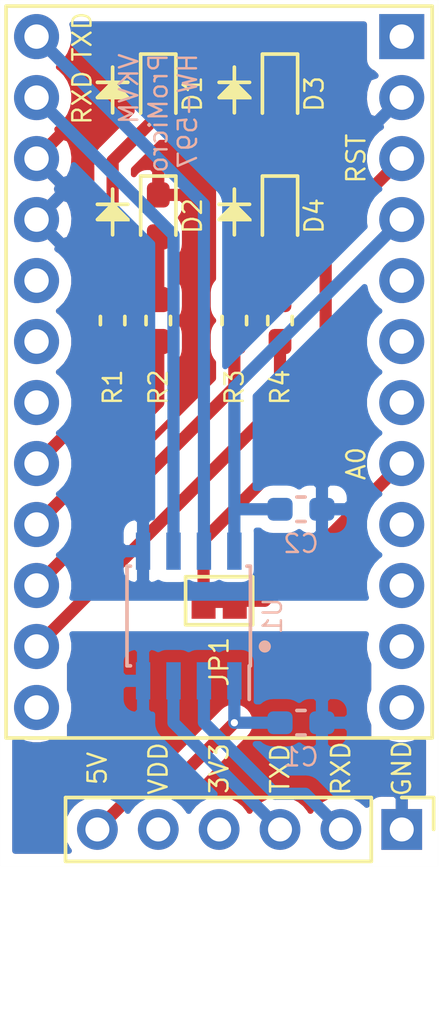
<source format=kicad_pcb>
(kicad_pcb (version 20171130) (host pcbnew "(5.1.4)-1")

  (general
    (thickness 1.6)
    (drawings 40)
    (tracks 43)
    (zones 0)
    (modules 14)
    (nets 31)
  )

  (page A4)
  (layers
    (0 F.Cu signal)
    (31 B.Cu signal)
    (32 B.Adhes user)
    (33 F.Adhes user)
    (34 B.Paste user)
    (35 F.Paste user)
    (36 B.SilkS user)
    (37 F.SilkS user)
    (38 B.Mask user)
    (39 F.Mask user)
    (40 Dwgs.User user)
    (41 Cmts.User user)
    (42 Eco1.User user)
    (43 Eco2.User user)
    (44 Edge.Cuts user)
    (45 Margin user)
    (46 B.CrtYd user)
    (47 F.CrtYd user)
    (48 B.Fab user)
    (49 F.Fab user)
  )

  (setup
    (last_trace_width 0.508)
    (trace_clearance 0.381)
    (zone_clearance 0.508)
    (zone_45_only no)
    (trace_min 0.1524)
    (via_size 0.4)
    (via_drill 0.3)
    (via_min_size 0.4)
    (via_min_drill 0.3)
    (uvia_size 0.2)
    (uvia_drill 0.1)
    (uvias_allowed no)
    (uvia_min_size 0.2)
    (uvia_min_drill 0.1)
    (edge_width 0.001)
    (segment_width 0.2032)
    (pcb_text_width 0.3)
    (pcb_text_size 1.3 1.3)
    (mod_edge_width 0.1524)
    (mod_text_size 0.762 0.762)
    (mod_text_width 0.1016)
    (pad_size 1.7 1.7)
    (pad_drill 1)
    (pad_to_mask_clearance 0.051)
    (solder_mask_min_width 0.25)
    (aux_axis_origin 0 0)
    (grid_origin 146.5834 119.38)
    (visible_elements 7FFFFFFF)
    (pcbplotparams
      (layerselection 0x010f0_ffffffff)
      (usegerberextensions true)
      (usegerberattributes false)
      (usegerberadvancedattributes false)
      (creategerberjobfile false)
      (excludeedgelayer true)
      (linewidth 0.100000)
      (plotframeref false)
      (viasonmask false)
      (mode 1)
      (useauxorigin false)
      (hpglpennumber 1)
      (hpglpenspeed 20)
      (hpglpendiameter 15.000000)
      (psnegative false)
      (psa4output false)
      (plotreference true)
      (plotvalue true)
      (plotinvisibletext false)
      (padsonsilk false)
      (subtractmaskfromsilk false)
      (outputformat 1)
      (mirror false)
      (drillshape 0)
      (scaleselection 1)
      (outputdirectory "H:/svn/c/trunk/vkvm/hw/seeedstudio2"))
  )

  (net 0 "")
  (net 1 "Net-(IC1-Pad1)")
  (net 2 "Net-(IC1-Pad5)")
  (net 3 "Net-(IC1-Pad7)")
  (net 4 "Net-(IC1-Pad9)")
  (net 5 "Net-(IC1-Pad10)")
  (net 6 "Net-(IC1-Pad11)")
  (net 7 "Net-(IC1-Pad12)")
  (net 8 "Net-(IC1-Pad13)")
  (net 9 "Net-(IC1-Pad18)")
  (net 10 "Net-(IC1-Pad19)")
  (net 11 "Net-(IC1-Pad20)")
  (net 12 GND)
  (net 13 /S_RST)
  (net 14 /S_RXD)
  (net 15 /S_TXD)
  (net 16 /M_RXD)
  (net 17 /M_TXD)
  (net 18 /M_VDD)
  (net 19 /S_VDD)
  (net 20 "Net-(D1-Pad2)")
  (net 21 "Net-(D2-Pad2)")
  (net 22 "Net-(D3-Pad2)")
  (net 23 "Net-(D4-Pad2)")
  (net 24 /S_R4)
  (net 25 /S_R3)
  (net 26 /S_R2)
  (net 27 /S_R1)
  (net 28 "Net-(JT1-Pad5)")
  (net 29 "Net-(JT1-Pad4)")
  (net 30 "Net-(IC1-Pad6)")

  (net_class Default "This is the default net class."
    (clearance 0.381)
    (trace_width 0.508)
    (via_dia 0.4)
    (via_drill 0.3)
    (uvia_dia 0.2)
    (uvia_drill 0.1)
    (diff_pair_width 0.254)
    (diff_pair_gap 0.254)
    (add_net /M_RXD)
    (add_net /M_TXD)
    (add_net /S_R1)
    (add_net /S_R2)
    (add_net /S_R3)
    (add_net /S_R4)
    (add_net /S_RST)
    (add_net /S_RXD)
    (add_net /S_TXD)
    (add_net "Net-(D1-Pad2)")
    (add_net "Net-(D2-Pad2)")
    (add_net "Net-(D3-Pad2)")
    (add_net "Net-(D4-Pad2)")
    (add_net "Net-(IC1-Pad1)")
    (add_net "Net-(IC1-Pad10)")
    (add_net "Net-(IC1-Pad11)")
    (add_net "Net-(IC1-Pad12)")
    (add_net "Net-(IC1-Pad13)")
    (add_net "Net-(IC1-Pad18)")
    (add_net "Net-(IC1-Pad19)")
    (add_net "Net-(IC1-Pad20)")
    (add_net "Net-(IC1-Pad5)")
    (add_net "Net-(IC1-Pad6)")
    (add_net "Net-(IC1-Pad7)")
    (add_net "Net-(IC1-Pad9)")
    (add_net "Net-(JT1-Pad4)")
    (add_net "Net-(JT1-Pad5)")
  )

  (net_class Power ""
    (clearance 0.381)
    (trace_width 0.508)
    (via_dia 0.4)
    (via_drill 0.3)
    (uvia_dia 0.2)
    (uvia_drill 0.1)
    (diff_pair_width 0.254)
    (diff_pair_gap 0.254)
    (add_net /M_VDD)
    (add_net /S_VDD)
    (add_net GND)
  )

  (module Package_SO:SOIC-8_3.9x4.9mm_P1.27mm (layer B.Cu) (tedit 5A02F2D3) (tstamp 5DD3DD44)
    (at 137.6934 110.49 90)
    (descr "8-Lead Plastic Small Outline (SN) - Narrow, 3.90 mm Body [SOIC] (see Microchip Packaging Specification http://ww1.microchip.com/downloads/en/PackagingSpec/00000049BQ.pdf)")
    (tags "SOIC 1.27")
    (path /5DCF308A)
    (attr smd)
    (fp_text reference U1 (at 0 3.5 90) (layer B.SilkS)
      (effects (font (size 0.762 0.762) (thickness 0.1016)) (justify mirror))
    )
    (fp_text value ADuM1201BR (at 0 -3.5 90) (layer B.Fab)
      (effects (font (size 1 1) (thickness 0.15)) (justify mirror))
    )
    (fp_text user %R (at 0 0 90) (layer B.Fab)
      (effects (font (size 1 1) (thickness 0.15)) (justify mirror))
    )
    (fp_line (start -0.95 2.45) (end 1.95 2.45) (layer B.Fab) (width 0.15))
    (fp_line (start 1.95 2.45) (end 1.95 -2.45) (layer B.Fab) (width 0.15))
    (fp_line (start 1.95 -2.45) (end -1.95 -2.45) (layer B.Fab) (width 0.15))
    (fp_line (start -1.95 -2.45) (end -1.95 1.45) (layer B.Fab) (width 0.15))
    (fp_line (start -1.95 1.45) (end -0.95 2.45) (layer B.Fab) (width 0.15))
    (fp_line (start -3.73 2.7) (end -3.73 -2.7) (layer B.CrtYd) (width 0.05))
    (fp_line (start 3.73 2.7) (end 3.73 -2.7) (layer B.CrtYd) (width 0.05))
    (fp_line (start -3.73 2.7) (end 3.73 2.7) (layer B.CrtYd) (width 0.05))
    (fp_line (start -3.73 -2.7) (end 3.73 -2.7) (layer B.CrtYd) (width 0.05))
    (fp_line (start -2.075 2.575) (end -2.075 2.525) (layer B.SilkS) (width 0.1524))
    (fp_line (start 2.075 2.575) (end 2.075 2.43) (layer B.SilkS) (width 0.1524))
    (fp_line (start 2.075 -2.575) (end 2.075 -2.43) (layer B.SilkS) (width 0.1524))
    (fp_line (start -2.075 -2.575) (end -2.075 -2.43) (layer B.SilkS) (width 0.1524))
    (fp_line (start -2.075 2.575) (end 2.075 2.575) (layer B.SilkS) (width 0.1524))
    (fp_line (start -2.075 -2.575) (end 2.075 -2.575) (layer B.SilkS) (width 0.1524))
    (fp_line (start -2.075 2.525) (end -3.475 2.525) (layer B.SilkS) (width 0.1524))
    (pad 1 smd rect (at -2.7 1.905 90) (size 1.55 0.6) (layers B.Cu B.Paste B.Mask)
      (net 18 /M_VDD))
    (pad 2 smd rect (at -2.7 0.635 90) (size 1.55 0.6) (layers B.Cu B.Paste B.Mask)
      (net 16 /M_RXD))
    (pad 3 smd rect (at -2.7 -0.635 90) (size 1.55 0.6) (layers B.Cu B.Paste B.Mask)
      (net 17 /M_TXD))
    (pad 4 smd rect (at -2.7 -1.905 90) (size 1.55 0.6) (layers B.Cu B.Paste B.Mask)
      (net 12 GND))
    (pad 5 smd rect (at 2.7 -1.905 90) (size 1.55 0.6) (layers B.Cu B.Paste B.Mask)
      (net 12 GND))
    (pad 6 smd rect (at 2.7 -0.635 90) (size 1.55 0.6) (layers B.Cu B.Paste B.Mask)
      (net 14 /S_RXD))
    (pad 7 smd rect (at 2.7 0.635 90) (size 1.55 0.6) (layers B.Cu B.Paste B.Mask)
      (net 15 /S_TXD))
    (pad 8 smd rect (at 2.7 1.905 90) (size 1.55 0.6) (layers B.Cu B.Paste B.Mask)
      (net 19 /S_VDD))
    (model ${KISYS3DMOD}/Package_SO.3dshapes/SOIC-8_3.9x4.9mm_P1.27mm.wrl
      (at (xyz 0 0 0))
      (scale (xyz 1 1 1))
      (rotate (xyz 0 0 0))
    )
  )

  (module footprints:ArduinoProMicro_Custom locked (layer F.Cu) (tedit 5DD2BF84) (tstamp 5DCFCE07)
    (at 138.9634 99.06)
    (path /5DCF0ED0)
    (fp_text reference IC1 (at 5.08 -13.335) (layer F.SilkS) hide
      (effects (font (size 0.762 0.762) (thickness 0.1016)))
    )
    (fp_text value ArduinoProMicro (at 0 0) (layer F.Fab)
      (effects (font (size 1 1) (thickness 0.15)))
    )
    (fp_line (start -8.89 -13.97) (end 8.89 -13.97) (layer F.SilkS) (width 0.1524))
    (fp_line (start 8.89 -13.97) (end 8.89 16.51) (layer F.SilkS) (width 0.1524))
    (fp_line (start 8.89 16.51) (end -8.89 16.51) (layer F.SilkS) (width 0.1524))
    (fp_line (start -8.89 16.51) (end -8.89 -13.97) (layer F.SilkS) (width 0.1524))
    (fp_line (start 8.763 -13.843) (end -8.763 -13.843) (layer F.Fab) (width 0.15))
    (fp_line (start -8.763 -13.843) (end -8.763 16.383) (layer F.Fab) (width 0.15))
    (fp_line (start -8.763 16.383) (end 8.763 16.383) (layer F.Fab) (width 0.15))
    (fp_line (start 8.763 16.383) (end 8.763 -13.843) (layer F.Fab) (width 0.15))
    (pad 1 thru_hole rect (at 7.62 -12.7) (size 1.8796 1.8796) (drill 1.016) (layers *.Cu *.Mask)
      (net 1 "Net-(IC1-Pad1)"))
    (pad 2 thru_hole circle (at 7.62 -10.16) (size 1.8796 1.8796) (drill 1.016) (layers *.Cu *.Mask)
      (net 12 GND))
    (pad 3 thru_hole circle (at 7.62 -7.62) (size 1.8796 1.8796) (drill 1.016) (layers *.Cu *.Mask)
      (net 13 /S_RST))
    (pad 4 thru_hole circle (at 7.62 -5.08) (size 1.8796 1.8796) (drill 1.016) (layers *.Cu *.Mask)
      (net 19 /S_VDD))
    (pad 5 thru_hole circle (at 7.62 -2.54) (size 1.8796 1.8796) (drill 1.016) (layers *.Cu *.Mask)
      (net 2 "Net-(IC1-Pad5)"))
    (pad 6 thru_hole circle (at 7.62 0) (size 1.8796 1.8796) (drill 1.016) (layers *.Cu *.Mask)
      (net 30 "Net-(IC1-Pad6)"))
    (pad 7 thru_hole circle (at 7.62 2.54) (size 1.8796 1.8796) (drill 1.016) (layers *.Cu *.Mask)
      (net 3 "Net-(IC1-Pad7)"))
    (pad 8 thru_hole circle (at 7.62 5.08) (size 1.8796 1.8796) (drill 1.016) (layers *.Cu *.Mask)
      (net 13 /S_RST))
    (pad 9 thru_hole circle (at 7.62 7.62) (size 1.8796 1.8796) (drill 1.016) (layers *.Cu *.Mask)
      (net 4 "Net-(IC1-Pad9)"))
    (pad 10 thru_hole circle (at 7.62 10.16) (size 1.8796 1.8796) (drill 1.016) (layers *.Cu *.Mask)
      (net 5 "Net-(IC1-Pad10)"))
    (pad 11 thru_hole circle (at 7.62 12.7) (size 1.8796 1.8796) (drill 1.016) (layers *.Cu *.Mask)
      (net 6 "Net-(IC1-Pad11)"))
    (pad 12 thru_hole circle (at 7.62 15.24) (size 1.8796 1.8796) (drill 1.016) (layers *.Cu *.Mask)
      (net 7 "Net-(IC1-Pad12)"))
    (pad 13 thru_hole circle (at -7.62 15.24) (size 1.8796 1.8796) (drill 1.016) (layers *.Cu *.Mask)
      (net 8 "Net-(IC1-Pad13)"))
    (pad 14 thru_hole circle (at -7.62 12.7) (size 1.8796 1.8796) (drill 1.016) (layers *.Cu *.Mask)
      (net 24 /S_R4))
    (pad 15 thru_hole circle (at -7.62 10.16) (size 1.8796 1.8796) (drill 1.016) (layers *.Cu *.Mask)
      (net 25 /S_R3))
    (pad 16 thru_hole circle (at -7.62 7.62) (size 1.8796 1.8796) (drill 1.016) (layers *.Cu *.Mask)
      (net 26 /S_R2))
    (pad 17 thru_hole circle (at -7.62 5.08) (size 1.8796 1.8796) (drill 1.016) (layers *.Cu *.Mask)
      (net 27 /S_R1))
    (pad 18 thru_hole circle (at -7.62 2.54) (size 1.8796 1.8796) (drill 1.016) (layers *.Cu *.Mask)
      (net 9 "Net-(IC1-Pad18)"))
    (pad 19 thru_hole circle (at -7.62 0) (size 1.8796 1.8796) (drill 1.016) (layers *.Cu *.Mask)
      (net 10 "Net-(IC1-Pad19)"))
    (pad 20 thru_hole circle (at -7.62 -2.54) (size 1.8796 1.8796) (drill 1.016) (layers *.Cu *.Mask)
      (net 11 "Net-(IC1-Pad20)"))
    (pad 21 thru_hole circle (at -7.62 -5.08) (size 1.8796 1.8796) (drill 1.016) (layers *.Cu *.Mask)
      (net 12 GND))
    (pad 22 thru_hole circle (at -7.62 -7.62) (size 1.8796 1.8796) (drill 1.016) (layers *.Cu *.Mask)
      (net 12 GND))
    (pad 23 thru_hole circle (at -7.62 -10.16) (size 1.8796 1.8796) (drill 1.016) (layers *.Cu *.Mask)
      (net 14 /S_RXD))
    (pad 24 thru_hole circle (at -7.62 -12.7) (size 1.8796 1.8796) (drill 1.016) (layers *.Cu *.Mask)
      (net 15 /S_TXD))
    (model ${KISYS3DMOD}/Connector_PinSocket_2.54mm.3dshapes/PinSocket_1x12_P2.54mm_Vertical.step
      (offset (xyz -7.619999885559082 12.69999980926514 -1.904999971389771))
      (scale (xyz 1 1 1))
      (rotate (xyz 0 -180 0))
    )
    (model ${KISYS3DMOD}/Connector_PinSocket_2.54mm.3dshapes/PinSocket_1x12_P2.54mm_Vertical.step
      (offset (xyz 7.619999885559082 12.69999980926514 -1.904999971389771))
      (scale (xyz 1 1 1))
      (rotate (xyz 0 -180 0))
    )
  )

  (module Capacitor_SMD:C_0603_1608Metric_Pad1.05x0.95mm_HandSolder (layer B.Cu) (tedit 5B301BBE) (tstamp 5DD030B8)
    (at 142.3784 106.045)
    (descr "Capacitor SMD 0603 (1608 Metric), square (rectangular) end terminal, IPC_7351 nominal with elongated pad for handsoldering. (Body size source: http://www.tortai-tech.com/upload/download/2011102023233369053.pdf), generated with kicad-footprint-generator")
    (tags "capacitor handsolder")
    (path /5DD0CBC7)
    (attr smd)
    (fp_text reference C2 (at 0 1.43) (layer B.SilkS)
      (effects (font (size 0.762 0.762) (thickness 0.1016)) (justify mirror))
    )
    (fp_text value 68n (at 0 -1.43) (layer B.Fab)
      (effects (font (size 1 1) (thickness 0.15)) (justify mirror))
    )
    (fp_text user %R (at 0 0) (layer B.Fab)
      (effects (font (size 1 1) (thickness 0.15)) (justify mirror))
    )
    (fp_line (start 1.65 -0.73) (end -1.65 -0.73) (layer B.CrtYd) (width 0.05))
    (fp_line (start 1.65 0.73) (end 1.65 -0.73) (layer B.CrtYd) (width 0.05))
    (fp_line (start -1.65 0.73) (end 1.65 0.73) (layer B.CrtYd) (width 0.05))
    (fp_line (start -1.65 -0.73) (end -1.65 0.73) (layer B.CrtYd) (width 0.05))
    (fp_line (start -0.171267 -0.51) (end 0.171267 -0.51) (layer B.SilkS) (width 0.1524))
    (fp_line (start -0.171267 0.51) (end 0.171267 0.51) (layer B.SilkS) (width 0.1524))
    (fp_line (start 0.8 -0.4) (end -0.8 -0.4) (layer B.Fab) (width 0.15))
    (fp_line (start 0.8 0.4) (end 0.8 -0.4) (layer B.Fab) (width 0.15))
    (fp_line (start -0.8 0.4) (end 0.8 0.4) (layer B.Fab) (width 0.15))
    (fp_line (start -0.8 -0.4) (end -0.8 0.4) (layer B.Fab) (width 0.15))
    (pad 2 smd roundrect (at 0.875 0) (size 1.05 0.95) (layers B.Cu B.Paste B.Mask) (roundrect_rratio 0.25)
      (net 12 GND))
    (pad 1 smd roundrect (at -0.875 0) (size 1.05 0.95) (layers B.Cu B.Paste B.Mask) (roundrect_rratio 0.25)
      (net 19 /S_VDD))
    (model ${KISYS3DMOD}/Capacitor_SMD.3dshapes/C_0603_1608Metric.wrl
      (at (xyz 0 0 0))
      (scale (xyz 1 1 1))
      (rotate (xyz 0 0 0))
    )
  )

  (module Capacitor_SMD:C_0603_1608Metric_Pad1.05x0.95mm_HandSolder (layer B.Cu) (tedit 5B301BBE) (tstamp 5DFAE08D)
    (at 142.3784 114.935)
    (descr "Capacitor SMD 0603 (1608 Metric), square (rectangular) end terminal, IPC_7351 nominal with elongated pad for handsoldering. (Body size source: http://www.tortai-tech.com/upload/download/2011102023233369053.pdf), generated with kicad-footprint-generator")
    (tags "capacitor handsolder")
    (path /5DD063E1)
    (attr smd)
    (fp_text reference C1 (at 0 1.43) (layer B.SilkS)
      (effects (font (size 0.762 0.762) (thickness 0.1016)) (justify mirror))
    )
    (fp_text value 68n (at 0 -1.43) (layer B.Fab)
      (effects (font (size 1 1) (thickness 0.15)) (justify mirror))
    )
    (fp_line (start -0.8 -0.4) (end -0.8 0.4) (layer B.Fab) (width 0.15))
    (fp_line (start -0.8 0.4) (end 0.8 0.4) (layer B.Fab) (width 0.15))
    (fp_line (start 0.8 0.4) (end 0.8 -0.4) (layer B.Fab) (width 0.15))
    (fp_line (start 0.8 -0.4) (end -0.8 -0.4) (layer B.Fab) (width 0.15))
    (fp_line (start -0.171267 0.51) (end 0.171267 0.51) (layer B.SilkS) (width 0.1524))
    (fp_line (start -0.171267 -0.51) (end 0.171267 -0.51) (layer B.SilkS) (width 0.1524))
    (fp_line (start -1.65 -0.73) (end -1.65 0.73) (layer B.CrtYd) (width 0.05))
    (fp_line (start -1.65 0.73) (end 1.65 0.73) (layer B.CrtYd) (width 0.05))
    (fp_line (start 1.65 0.73) (end 1.65 -0.73) (layer B.CrtYd) (width 0.05))
    (fp_line (start 1.65 -0.73) (end -1.65 -0.73) (layer B.CrtYd) (width 0.05))
    (fp_text user %R (at 0 0) (layer B.Fab)
      (effects (font (size 1 1) (thickness 0.15)) (justify mirror))
    )
    (pad 1 smd roundrect (at -0.875 0) (size 1.05 0.95) (layers B.Cu B.Paste B.Mask) (roundrect_rratio 0.25)
      (net 18 /M_VDD))
    (pad 2 smd roundrect (at 0.875 0) (size 1.05 0.95) (layers B.Cu B.Paste B.Mask) (roundrect_rratio 0.25)
      (net 12 GND))
    (model ${KISYS3DMOD}/Capacitor_SMD.3dshapes/C_0603_1608Metric.wrl
      (at (xyz 0 0 0))
      (scale (xyz 1 1 1))
      (rotate (xyz 0 0 0))
    )
  )

  (module Jumper:SolderJumper-2_P1.3mm_Bridged_Pad1.0x1.5mm (layer F.Cu) (tedit 5DCFDD30) (tstamp 5DD034E6)
    (at 138.9634 109.855)
    (descr "SMD Solder Jumper, 1x1.5mm Pads, 0.3mm gap, bridged with 1 copper strip")
    (tags "solder jumper open")
    (path /5DCFF262)
    (attr virtual)
    (fp_text reference JP1 (at 0 2.54 90) (layer F.SilkS)
      (effects (font (size 0.762 0.762) (thickness 0.1016)))
    )
    (fp_text value JP1 (at 0 1.9) (layer F.Fab) hide
      (effects (font (size 1 1) (thickness 0.15)))
    )
    (fp_line (start -1.4 1) (end -1.4 -1) (layer F.SilkS) (width 0.1524))
    (fp_line (start 1.4 1) (end -1.4 1) (layer F.SilkS) (width 0.1524))
    (fp_line (start 1.4 -1) (end 1.4 1) (layer F.SilkS) (width 0.1524))
    (fp_line (start -1.4 -1) (end 1.4 -1) (layer F.SilkS) (width 0.1524))
    (fp_line (start -1.65 -1.25) (end 1.65 -1.25) (layer F.CrtYd) (width 0.05))
    (fp_line (start -1.65 -1.25) (end -1.65 1.25) (layer F.CrtYd) (width 0.05))
    (fp_line (start 1.65 1.25) (end 1.65 -1.25) (layer F.CrtYd) (width 0.05))
    (fp_line (start 1.65 1.25) (end -1.65 1.25) (layer F.CrtYd) (width 0.05))
    (pad 1 smd custom (at -0.65 0) (size 1 1.5) (layers F.Cu F.Mask)
      (net 13 /S_RST)
      (options (clearance outline) (anchor rect))
      (primitives
        (gr_poly (pts
           (xy 0.4 -0.3) (xy 0.9 -0.3) (xy 0.9 0.3) (xy 0.4 0.3)) (width 0))
      ))
    (pad 2 smd rect (at 0.65 0) (size 1 1.5) (layers F.Cu F.Mask)
      (net 13 /S_RST))
  )

  (module footprints:PinHeader_1x06_P2.54mm_Vertical_Custom locked (layer F.Cu) (tedit 5DCFD955) (tstamp 5DCFC9C7)
    (at 146.5834 119.38 270)
    (descr "Through hole straight pin header, 1x06, 2.54mm pitch, single row")
    (tags "Through hole pin header THT 1x06 2.54mm single row")
    (path /5DCF1326)
    (fp_text reference JT1 (at 0 -2.33 90) (layer F.SilkS) hide
      (effects (font (size 0.762 0.762) (thickness 0.1016)))
    )
    (fp_text value USB-SER (at 4.445 0.635 90) (layer F.Fab)
      (effects (font (size 1 1) (thickness 0.15)))
    )
    (fp_line (start -0.635 -1.27) (end 1.27 -1.27) (layer F.Fab) (width 0.15))
    (fp_line (start 1.27 -1.27) (end 1.27 13.97) (layer F.Fab) (width 0.15))
    (fp_line (start 1.27 13.97) (end -1.27 13.97) (layer F.Fab) (width 0.15))
    (fp_line (start -1.27 13.97) (end -1.27 -0.635) (layer F.Fab) (width 0.15))
    (fp_line (start -1.27 -0.635) (end -0.635 -1.27) (layer F.Fab) (width 0.15))
    (fp_line (start -1.33 14.03) (end 1.33 14.03) (layer F.SilkS) (width 0.1524))
    (fp_line (start -1.33 1.27) (end -1.33 14.03) (layer F.SilkS) (width 0.1524))
    (fp_line (start 1.33 1.27) (end 1.33 14.03) (layer F.SilkS) (width 0.1524))
    (fp_line (start -1.33 1.27) (end 1.33 1.27) (layer F.SilkS) (width 0.1524))
    (fp_line (start -1.33 0) (end -1.33 -1.33) (layer F.SilkS) (width 0.1524))
    (fp_line (start -1.33 -1.33) (end 0 -1.33) (layer F.SilkS) (width 0.1524))
    (fp_line (start -1.524 -1.397) (end -1.397 14.097) (layer F.CrtYd) (width 0.05))
    (fp_line (start -1.397 14.097) (end 1.397 14.097) (layer F.CrtYd) (width 0.05))
    (fp_line (start 1.397 14.097) (end 1.397 -1.397) (layer F.CrtYd) (width 0.05))
    (fp_line (start 1.397 -1.397) (end -1.524 -1.397) (layer F.CrtYd) (width 0.05))
    (fp_text user %R (at 0.518799 -0.580401 180) (layer F.Fab)
      (effects (font (size 1 1) (thickness 0.15)))
    )
    (pad 1 thru_hole rect (at 0 0 270) (size 1.7 1.7) (drill 1) (layers *.Cu *.Mask)
      (net 12 GND))
    (pad 2 thru_hole oval (at 0 2.54 270) (size 1.7 1.7) (drill 1) (layers *.Cu *.Mask)
      (net 16 /M_RXD))
    (pad 3 thru_hole oval (at 0 5.08 270) (size 1.7 1.7) (drill 1) (layers *.Cu *.Mask)
      (net 17 /M_TXD))
    (pad 4 thru_hole oval (at 0 7.62 270) (size 1.7 1.7) (drill 1) (layers *.Cu *.Mask)
      (net 29 "Net-(JT1-Pad4)"))
    (pad 5 thru_hole oval (at 0 10.16 270) (size 1.7 1.7) (drill 1) (layers *.Cu *.Mask)
      (net 28 "Net-(JT1-Pad5)"))
    (pad 6 thru_hole oval (at 0 12.7 270) (size 1.7 1.7) (drill 1) (layers *.Cu *.Mask)
      (net 18 /M_VDD))
    (model ${KISYS3DMOD}/Connector_PinSocket_2.54mm.3dshapes/PinSocket_1x06_P2.54mm_Vertical.step
      (offset (xyz 0 0 -1.904999971389771))
      (scale (xyz 1 1 1))
      (rotate (xyz 0 180 0))
    )
  )

  (module LED_SMD:LED_0603_1608Metric_Pad1.05x0.95mm_HandSolder (layer F.Cu) (tedit 5B4B45C9) (tstamp 5DCFCA9E)
    (at 141.5034 93.8275 270)
    (descr "LED SMD 0603 (1608 Metric), square (rectangular) end terminal, IPC_7351 nominal, (Body size source: http://www.tortai-tech.com/upload/download/2011102023233369053.pdf), generated with kicad-footprint-generator")
    (tags "LED handsolder")
    (path /5DCF62CA)
    (attr smd)
    (fp_text reference D4 (at 0 -1.43 270) (layer F.SilkS)
      (effects (font (size 0.762 0.762) (thickness 0.1016)))
    )
    (fp_text value LED (at 0 1.43 270) (layer F.Fab)
      (effects (font (size 1 1) (thickness 0.15)))
    )
    (fp_text user %R (at 0 0 270) (layer F.Fab)
      (effects (font (size 1 1) (thickness 0.15)))
    )
    (fp_line (start 1.65 0.73) (end -1.65 0.73) (layer F.CrtYd) (width 0.05))
    (fp_line (start 1.65 -0.73) (end 1.65 0.73) (layer F.CrtYd) (width 0.05))
    (fp_line (start -1.65 -0.73) (end 1.65 -0.73) (layer F.CrtYd) (width 0.05))
    (fp_line (start -1.65 0.73) (end -1.65 -0.73) (layer F.CrtYd) (width 0.05))
    (fp_line (start -1.66 0.735) (end 0.8 0.735) (layer F.SilkS) (width 0.1524))
    (fp_line (start -1.66 -0.735) (end -1.66 0.735) (layer F.SilkS) (width 0.1524))
    (fp_line (start 0.8 -0.735) (end -1.66 -0.735) (layer F.SilkS) (width 0.1524))
    (fp_line (start 0.8 0.4) (end 0.8 -0.4) (layer F.Fab) (width 0.15))
    (fp_line (start -0.8 0.4) (end 0.8 0.4) (layer F.Fab) (width 0.15))
    (fp_line (start -0.8 -0.1) (end -0.8 0.4) (layer F.Fab) (width 0.15))
    (fp_line (start -0.5 -0.4) (end -0.8 -0.1) (layer F.Fab) (width 0.15))
    (fp_line (start 0.8 -0.4) (end -0.5 -0.4) (layer F.Fab) (width 0.15))
    (pad 2 smd roundrect (at 0.875 0 270) (size 1.05 0.95) (layers F.Cu F.Paste F.Mask) (roundrect_rratio 0.25)
      (net 23 "Net-(D4-Pad2)"))
    (pad 1 smd roundrect (at -0.875 0 270) (size 1.05 0.95) (layers F.Cu F.Paste F.Mask) (roundrect_rratio 0.25)
      (net 12 GND))
    (model ${KISYS3DMOD}/LED_SMD.3dshapes/LED_0603_1608Metric.wrl
      (at (xyz 0 0 0))
      (scale (xyz 1 1 1))
      (rotate (xyz 0 0 0))
    )
  )

  (module LED_SMD:LED_0603_1608Metric_Pad1.05x0.95mm_HandSolder (layer F.Cu) (tedit 5DCFCFCE) (tstamp 5DCFCA8C)
    (at 141.5034 88.7475 270)
    (descr "LED SMD 0603 (1608 Metric), square (rectangular) end terminal, IPC_7351 nominal, (Body size source: http://www.tortai-tech.com/upload/download/2011102023233369053.pdf), generated with kicad-footprint-generator")
    (tags "LED handsolder")
    (path /5DCF53C5)
    (attr smd)
    (fp_text reference D3 (at 0 -1.43 270) (layer F.SilkS)
      (effects (font (size 0.762 0.762) (thickness 0.1016)))
    )
    (fp_text value LED (at 0 1.43 270) (layer F.Fab)
      (effects (font (size 1 1) (thickness 0.15)))
    )
    (fp_line (start 0.8 -0.4) (end -0.5 -0.4) (layer F.Fab) (width 0.15))
    (fp_line (start -0.5 -0.4) (end -0.8 -0.1) (layer F.Fab) (width 0.15))
    (fp_line (start -0.8 -0.1) (end -0.8 0.4) (layer F.Fab) (width 0.15))
    (fp_line (start -0.8 0.4) (end 0.8 0.4) (layer F.Fab) (width 0.15))
    (fp_line (start 0.8 0.4) (end 0.8 -0.4) (layer F.Fab) (width 0.15))
    (fp_line (start 0.8 -0.735) (end -1.66 -0.735) (layer F.SilkS) (width 0.1524))
    (fp_line (start -1.66 -0.735) (end -1.66 0.735) (layer F.SilkS) (width 0.1524))
    (fp_line (start -1.66 0.735) (end 0.8 0.735) (layer F.SilkS) (width 0.1524))
    (fp_line (start -1.65 0.73) (end -1.65 -0.73) (layer F.CrtYd) (width 0.05))
    (fp_line (start -1.65 -0.73) (end 1.65 -0.73) (layer F.CrtYd) (width 0.05))
    (fp_line (start 1.65 -0.73) (end 1.65 0.73) (layer F.CrtYd) (width 0.05))
    (fp_line (start 1.65 0.73) (end -1.65 0.73) (layer F.CrtYd) (width 0.05))
    (fp_text user %R (at 0 0 270) (layer F.Fab)
      (effects (font (size 1 1) (thickness 0.15)))
    )
    (pad 1 smd roundrect (at -0.875 0 270) (size 1.05 0.95) (layers F.Cu F.Paste F.Mask) (roundrect_rratio 0.25)
      (net 12 GND))
    (pad 2 smd roundrect (at 0.875 0 270) (size 1.05 0.95) (layers F.Cu F.Paste F.Mask) (roundrect_rratio 0.25)
      (net 22 "Net-(D3-Pad2)"))
    (model ${KISYS3DMOD}/LED_SMD.3dshapes/LED_0603_1608Metric.wrl
      (at (xyz 0 0 0))
      (scale (xyz 1 1 1))
      (rotate (xyz 0 0 0))
    )
  )

  (module LED_SMD:LED_0603_1608Metric_Pad1.05x0.95mm_HandSolder (layer F.Cu) (tedit 5DD2F75C) (tstamp 5DCFCA7A)
    (at 136.4234 93.8275 270)
    (descr "LED SMD 0603 (1608 Metric), square (rectangular) end terminal, IPC_7351 nominal, (Body size source: http://www.tortai-tech.com/upload/download/2011102023233369053.pdf), generated with kicad-footprint-generator")
    (tags "LED handsolder")
    (path /5DCF535B)
    (attr smd)
    (fp_text reference D2 (at 0 -1.43 270) (layer F.SilkS)
      (effects (font (size 0.762 0.762) (thickness 0.1016)))
    )
    (fp_text value LED (at 0 1.43 270) (layer F.Fab)
      (effects (font (size 1 1) (thickness 0.15)))
    )
    (fp_text user %R (at 0 0 270) (layer F.Fab)
      (effects (font (size 1 1) (thickness 0.15)))
    )
    (fp_line (start 1.65 0.73) (end -1.65 0.73) (layer F.CrtYd) (width 0.05))
    (fp_line (start 1.65 -0.73) (end 1.65 0.73) (layer F.CrtYd) (width 0.05))
    (fp_line (start -1.65 -0.73) (end 1.65 -0.73) (layer F.CrtYd) (width 0.05))
    (fp_line (start -1.65 0.73) (end -1.65 -0.73) (layer F.CrtYd) (width 0.05))
    (fp_line (start -1.66 0.735) (end 0.8 0.735) (layer F.SilkS) (width 0.1524))
    (fp_line (start -1.66 -0.735) (end -1.66 0.735) (layer F.SilkS) (width 0.1524))
    (fp_line (start 0.8 -0.735) (end -1.66 -0.735) (layer F.SilkS) (width 0.1524))
    (fp_line (start 0.8 0.4) (end 0.8 -0.4) (layer F.Fab) (width 0.15))
    (fp_line (start -0.8 0.4) (end 0.8 0.4) (layer F.Fab) (width 0.15))
    (fp_line (start -0.8 -0.1) (end -0.8 0.4) (layer F.Fab) (width 0.15))
    (fp_line (start -0.5 -0.4) (end -0.8 -0.1) (layer F.Fab) (width 0.15))
    (fp_line (start 0.8 -0.4) (end -0.5 -0.4) (layer F.Fab) (width 0.15))
    (pad 2 smd roundrect (at 0.875 0 270) (size 1.05 0.95) (layers F.Cu F.Paste F.Mask) (roundrect_rratio 0.25)
      (net 21 "Net-(D2-Pad2)"))
    (pad 1 smd roundrect (at -0.875 0 270) (size 1.05 0.95) (layers F.Cu F.Paste F.Mask) (roundrect_rratio 0.25)
      (net 12 GND))
    (model ${KISYS3DMOD}/LED_SMD.3dshapes/LED_0603_1608Metric.wrl
      (at (xyz 0 0 0))
      (scale (xyz 1 1 1))
      (rotate (xyz 0 0 0))
    )
  )

  (module LED_SMD:LED_0603_1608Metric_Pad1.05x0.95mm_HandSolder (layer F.Cu) (tedit 5B4B45C9) (tstamp 5DCFCA68)
    (at 136.4234 88.7475 270)
    (descr "LED SMD 0603 (1608 Metric), square (rectangular) end terminal, IPC_7351 nominal, (Body size source: http://www.tortai-tech.com/upload/download/2011102023233369053.pdf), generated with kicad-footprint-generator")
    (tags "LED handsolder")
    (path /5DCF5290)
    (attr smd)
    (fp_text reference D1 (at 0 -1.43 270) (layer F.SilkS)
      (effects (font (size 0.762 0.762) (thickness 0.1016)))
    )
    (fp_text value LED (at 0 1.43 270) (layer F.Fab)
      (effects (font (size 1 1) (thickness 0.15)))
    )
    (fp_line (start 0.8 -0.4) (end -0.5 -0.4) (layer F.Fab) (width 0.15))
    (fp_line (start -0.5 -0.4) (end -0.8 -0.1) (layer F.Fab) (width 0.15))
    (fp_line (start -0.8 -0.1) (end -0.8 0.4) (layer F.Fab) (width 0.15))
    (fp_line (start -0.8 0.4) (end 0.8 0.4) (layer F.Fab) (width 0.15))
    (fp_line (start 0.8 0.4) (end 0.8 -0.4) (layer F.Fab) (width 0.15))
    (fp_line (start 0.8 -0.735) (end -1.66 -0.735) (layer F.SilkS) (width 0.1524))
    (fp_line (start -1.66 -0.735) (end -1.66 0.735) (layer F.SilkS) (width 0.1524))
    (fp_line (start -1.66 0.735) (end 0.8 0.735) (layer F.SilkS) (width 0.1524))
    (fp_line (start -1.65 0.73) (end -1.65 -0.73) (layer F.CrtYd) (width 0.05))
    (fp_line (start -1.65 -0.73) (end 1.65 -0.73) (layer F.CrtYd) (width 0.05))
    (fp_line (start 1.65 -0.73) (end 1.65 0.73) (layer F.CrtYd) (width 0.05))
    (fp_line (start 1.65 0.73) (end -1.65 0.73) (layer F.CrtYd) (width 0.05))
    (fp_text user %R (at 0 0 270) (layer F.Fab)
      (effects (font (size 1 1) (thickness 0.15)))
    )
    (pad 1 smd roundrect (at -0.875 0 270) (size 1.05 0.95) (layers F.Cu F.Paste F.Mask) (roundrect_rratio 0.25)
      (net 12 GND))
    (pad 2 smd roundrect (at 0.875 0 270) (size 1.05 0.95) (layers F.Cu F.Paste F.Mask) (roundrect_rratio 0.25)
      (net 20 "Net-(D1-Pad2)"))
    (model ${KISYS3DMOD}/LED_SMD.3dshapes/LED_0603_1608Metric.wrl
      (at (xyz 0 0 0))
      (scale (xyz 1 1 1))
      (rotate (xyz 0 0 0))
    )
  )

  (module Resistor_SMD:R_0603_1608Metric_Pad1.05x0.95mm_HandSolder (layer F.Cu) (tedit 5B301BBD) (tstamp 5DCFCA2F)
    (at 141.5034 98.185 90)
    (descr "Resistor SMD 0603 (1608 Metric), square (rectangular) end terminal, IPC_7351 nominal with elongated pad for handsoldering. (Body size source: http://www.tortai-tech.com/upload/download/2011102023233369053.pdf), generated with kicad-footprint-generator")
    (tags "resistor handsolder")
    (path /5DCFC51D)
    (attr smd)
    (fp_text reference R4 (at -2.78 0 90) (layer F.SilkS)
      (effects (font (size 0.762 0.762) (thickness 0.1016)))
    )
    (fp_text value 500 (at 0 1.43 90) (layer F.Fab)
      (effects (font (size 1 1) (thickness 0.15)))
    )
    (fp_text user %R (at 0 0 90) (layer F.Fab)
      (effects (font (size 1 1) (thickness 0.15)))
    )
    (fp_line (start 1.65 0.73) (end -1.65 0.73) (layer F.CrtYd) (width 0.05))
    (fp_line (start 1.65 -0.73) (end 1.65 0.73) (layer F.CrtYd) (width 0.05))
    (fp_line (start -1.65 -0.73) (end 1.65 -0.73) (layer F.CrtYd) (width 0.05))
    (fp_line (start -1.65 0.73) (end -1.65 -0.73) (layer F.CrtYd) (width 0.05))
    (fp_line (start -0.171267 0.51) (end 0.171267 0.51) (layer F.SilkS) (width 0.1524))
    (fp_line (start -0.171267 -0.51) (end 0.171267 -0.51) (layer F.SilkS) (width 0.1524))
    (fp_line (start 0.8 0.4) (end -0.8 0.4) (layer F.Fab) (width 0.15))
    (fp_line (start 0.8 -0.4) (end 0.8 0.4) (layer F.Fab) (width 0.15))
    (fp_line (start -0.8 -0.4) (end 0.8 -0.4) (layer F.Fab) (width 0.15))
    (fp_line (start -0.8 0.4) (end -0.8 -0.4) (layer F.Fab) (width 0.15))
    (pad 2 smd roundrect (at 0.875 0 90) (size 1.05 0.95) (layers F.Cu F.Paste F.Mask) (roundrect_rratio 0.25)
      (net 23 "Net-(D4-Pad2)"))
    (pad 1 smd roundrect (at -0.875 0 90) (size 1.05 0.95) (layers F.Cu F.Paste F.Mask) (roundrect_rratio 0.25)
      (net 24 /S_R4))
    (model ${KISYS3DMOD}/Resistor_SMD.3dshapes/R_0603_1608Metric.wrl
      (at (xyz 0 0 0))
      (scale (xyz 1 1 1))
      (rotate (xyz 0 0 0))
    )
  )

  (module Resistor_SMD:R_0603_1608Metric_Pad1.05x0.95mm_HandSolder (layer F.Cu) (tedit 5B301BBD) (tstamp 5DCFD6E0)
    (at 139.5984 98.185 90)
    (descr "Resistor SMD 0603 (1608 Metric), square (rectangular) end terminal, IPC_7351 nominal with elongated pad for handsoldering. (Body size source: http://www.tortai-tech.com/upload/download/2011102023233369053.pdf), generated with kicad-footprint-generator")
    (tags "resistor handsolder")
    (path /5DCFC46D)
    (attr smd)
    (fp_text reference R3 (at -2.78 0 90) (layer F.SilkS)
      (effects (font (size 0.762 0.762) (thickness 0.1016)))
    )
    (fp_text value 500 (at 0 1.43 90) (layer F.Fab)
      (effects (font (size 1 1) (thickness 0.15)))
    )
    (fp_line (start -0.8 0.4) (end -0.8 -0.4) (layer F.Fab) (width 0.15))
    (fp_line (start -0.8 -0.4) (end 0.8 -0.4) (layer F.Fab) (width 0.15))
    (fp_line (start 0.8 -0.4) (end 0.8 0.4) (layer F.Fab) (width 0.15))
    (fp_line (start 0.8 0.4) (end -0.8 0.4) (layer F.Fab) (width 0.15))
    (fp_line (start -0.171267 -0.51) (end 0.171267 -0.51) (layer F.SilkS) (width 0.1524))
    (fp_line (start -0.171267 0.51) (end 0.171267 0.51) (layer F.SilkS) (width 0.1524))
    (fp_line (start -1.65 0.73) (end -1.65 -0.73) (layer F.CrtYd) (width 0.05))
    (fp_line (start -1.65 -0.73) (end 1.65 -0.73) (layer F.CrtYd) (width 0.05))
    (fp_line (start 1.65 -0.73) (end 1.65 0.73) (layer F.CrtYd) (width 0.05))
    (fp_line (start 1.65 0.73) (end -1.65 0.73) (layer F.CrtYd) (width 0.05))
    (fp_text user %R (at 0 0 90) (layer F.Fab)
      (effects (font (size 1 1) (thickness 0.15)))
    )
    (pad 1 smd roundrect (at -0.875 0 90) (size 1.05 0.95) (layers F.Cu F.Paste F.Mask) (roundrect_rratio 0.25)
      (net 25 /S_R3))
    (pad 2 smd roundrect (at 0.875 0 90) (size 1.05 0.95) (layers F.Cu F.Paste F.Mask) (roundrect_rratio 0.25)
      (net 22 "Net-(D3-Pad2)"))
    (model ${KISYS3DMOD}/Resistor_SMD.3dshapes/R_0603_1608Metric.wrl
      (at (xyz 0 0 0))
      (scale (xyz 1 1 1))
      (rotate (xyz 0 0 0))
    )
  )

  (module Resistor_SMD:R_0603_1608Metric_Pad1.05x0.95mm_HandSolder (layer F.Cu) (tedit 5B301BBD) (tstamp 5DCFCA0D)
    (at 136.4234 98.185 90)
    (descr "Resistor SMD 0603 (1608 Metric), square (rectangular) end terminal, IPC_7351 nominal with elongated pad for handsoldering. (Body size source: http://www.tortai-tech.com/upload/download/2011102023233369053.pdf), generated with kicad-footprint-generator")
    (tags "resistor handsolder")
    (path /5DCFC3C3)
    (attr smd)
    (fp_text reference R2 (at -2.78 0 90) (layer F.SilkS)
      (effects (font (size 0.762 0.762) (thickness 0.1016)))
    )
    (fp_text value 500 (at 0 1.43 90) (layer F.Fab)
      (effects (font (size 1 1) (thickness 0.15)))
    )
    (fp_text user %R (at 0 0 90) (layer F.Fab)
      (effects (font (size 1 1) (thickness 0.15)))
    )
    (fp_line (start 1.65 0.73) (end -1.65 0.73) (layer F.CrtYd) (width 0.05))
    (fp_line (start 1.65 -0.73) (end 1.65 0.73) (layer F.CrtYd) (width 0.05))
    (fp_line (start -1.65 -0.73) (end 1.65 -0.73) (layer F.CrtYd) (width 0.05))
    (fp_line (start -1.65 0.73) (end -1.65 -0.73) (layer F.CrtYd) (width 0.05))
    (fp_line (start -0.171267 0.51) (end 0.171267 0.51) (layer F.SilkS) (width 0.1524))
    (fp_line (start -0.171267 -0.51) (end 0.171267 -0.51) (layer F.SilkS) (width 0.1524))
    (fp_line (start 0.8 0.4) (end -0.8 0.4) (layer F.Fab) (width 0.15))
    (fp_line (start 0.8 -0.4) (end 0.8 0.4) (layer F.Fab) (width 0.15))
    (fp_line (start -0.8 -0.4) (end 0.8 -0.4) (layer F.Fab) (width 0.15))
    (fp_line (start -0.8 0.4) (end -0.8 -0.4) (layer F.Fab) (width 0.15))
    (pad 2 smd roundrect (at 0.875 0 90) (size 1.05 0.95) (layers F.Cu F.Paste F.Mask) (roundrect_rratio 0.25)
      (net 21 "Net-(D2-Pad2)"))
    (pad 1 smd roundrect (at -0.875 0 90) (size 1.05 0.95) (layers F.Cu F.Paste F.Mask) (roundrect_rratio 0.25)
      (net 26 /S_R2))
    (model ${KISYS3DMOD}/Resistor_SMD.3dshapes/R_0603_1608Metric.wrl
      (at (xyz 0 0 0))
      (scale (xyz 1 1 1))
      (rotate (xyz 0 0 0))
    )
  )

  (module Resistor_SMD:R_0603_1608Metric_Pad1.05x0.95mm_HandSolder (layer F.Cu) (tedit 5B301BBD) (tstamp 5DCFC9FC)
    (at 134.5184 98.185 90)
    (descr "Resistor SMD 0603 (1608 Metric), square (rectangular) end terminal, IPC_7351 nominal with elongated pad for handsoldering. (Body size source: http://www.tortai-tech.com/upload/download/2011102023233369053.pdf), generated with kicad-footprint-generator")
    (tags "resistor handsolder")
    (path /5DCFC328)
    (attr smd)
    (fp_text reference R1 (at -2.78 0 90) (layer F.SilkS)
      (effects (font (size 0.762 0.762) (thickness 0.1016)))
    )
    (fp_text value 500 (at 0 1.43 90) (layer F.Fab)
      (effects (font (size 1 1) (thickness 0.15)))
    )
    (fp_line (start -0.8 0.4) (end -0.8 -0.4) (layer F.Fab) (width 0.15))
    (fp_line (start -0.8 -0.4) (end 0.8 -0.4) (layer F.Fab) (width 0.15))
    (fp_line (start 0.8 -0.4) (end 0.8 0.4) (layer F.Fab) (width 0.15))
    (fp_line (start 0.8 0.4) (end -0.8 0.4) (layer F.Fab) (width 0.15))
    (fp_line (start -0.171267 -0.51) (end 0.171267 -0.51) (layer F.SilkS) (width 0.1524))
    (fp_line (start -0.171267 0.51) (end 0.171267 0.51) (layer F.SilkS) (width 0.1524))
    (fp_line (start -1.65 0.73) (end -1.65 -0.73) (layer F.CrtYd) (width 0.05))
    (fp_line (start -1.65 -0.73) (end 1.65 -0.73) (layer F.CrtYd) (width 0.05))
    (fp_line (start 1.65 -0.73) (end 1.65 0.73) (layer F.CrtYd) (width 0.05))
    (fp_line (start 1.65 0.73) (end -1.65 0.73) (layer F.CrtYd) (width 0.05))
    (fp_text user %R (at 0 0 90) (layer F.Fab)
      (effects (font (size 1 1) (thickness 0.15)))
    )
    (pad 1 smd roundrect (at -0.875 0 90) (size 1.05 0.95) (layers F.Cu F.Paste F.Mask) (roundrect_rratio 0.25)
      (net 27 /S_R1))
    (pad 2 smd roundrect (at 0.875 0 90) (size 1.05 0.95) (layers F.Cu F.Paste F.Mask) (roundrect_rratio 0.25)
      (net 20 "Net-(D1-Pad2)"))
    (model ${KISYS3DMOD}/Resistor_SMD.3dshapes/R_0603_1608Metric.wrl
      (at (xyz 0 0 0))
      (scale (xyz 1 1 1))
      (rotate (xyz 0 0 0))
    )
  )

  (gr_line (start 148.1074 84.836) (end 129.8194 84.836) (layer Edge.Cuts) (width 0.001) (tstamp 5DD82776))
  (gr_line (start 148.1074 120.904) (end 148.1074 84.836) (layer Edge.Cuts) (width 0.001))
  (gr_line (start 129.8194 120.904) (end 148.1074 120.904) (layer Edge.Cuts) (width 0.001))
  (gr_line (start 129.8194 84.836) (end 129.8194 120.904) (layer Edge.Cuts) (width 0.001))
  (gr_line (start 135.1534 93.345) (end 134.5184 93.345) (layer F.SilkS) (width 0.1524) (tstamp 5DD82586))
  (gr_line (start 134.5184 92.71) (end 134.5184 93.345) (layer F.SilkS) (width 0.1524) (tstamp 5DD82585))
  (gr_line (start 133.8834 93.345) (end 134.5184 93.345) (layer F.SilkS) (width 0.1524) (tstamp 5DD82584))
  (gr_poly (pts (xy 134.5184 93.98) (xy 133.8834 93.98) (xy 134.5184 93.345) (xy 135.1534 93.98)) (layer F.SilkS) (width 0.1524) (tstamp 5DD82583))
  (gr_line (start 134.5184 93.345) (end 133.8834 93.345) (layer F.SilkS) (width 0.1524) (tstamp 5DD82582))
  (gr_line (start 134.5184 94.615) (end 134.5184 93.98) (layer F.SilkS) (width 0.1524) (tstamp 5DD82581))
  (gr_line (start 140.2334 93.345) (end 139.5984 93.345) (layer F.SilkS) (width 0.1524) (tstamp 5DD82586))
  (gr_line (start 139.5984 92.71) (end 139.5984 93.345) (layer F.SilkS) (width 0.1524) (tstamp 5DD82585))
  (gr_line (start 138.9634 93.345) (end 139.5984 93.345) (layer F.SilkS) (width 0.1524) (tstamp 5DD82584))
  (gr_poly (pts (xy 139.5984 93.98) (xy 138.9634 93.98) (xy 139.5984 93.345) (xy 140.2334 93.98)) (layer F.SilkS) (width 0.1524) (tstamp 5DD82583))
  (gr_line (start 139.5984 93.345) (end 138.9634 93.345) (layer F.SilkS) (width 0.1524) (tstamp 5DD82582))
  (gr_line (start 139.5984 94.615) (end 139.5984 93.98) (layer F.SilkS) (width 0.1524) (tstamp 5DD82581))
  (gr_line (start 140.2334 88.265) (end 139.5984 88.265) (layer F.SilkS) (width 0.1524) (tstamp 5DD82586))
  (gr_line (start 139.5984 87.63) (end 139.5984 88.265) (layer F.SilkS) (width 0.1524) (tstamp 5DD82585))
  (gr_line (start 138.9634 88.265) (end 139.5984 88.265) (layer F.SilkS) (width 0.1524) (tstamp 5DD82584))
  (gr_poly (pts (xy 139.5984 88.9) (xy 138.9634 88.9) (xy 139.5984 88.265) (xy 140.2334 88.9)) (layer F.SilkS) (width 0.1524) (tstamp 5DD82583))
  (gr_line (start 139.5984 88.265) (end 138.9634 88.265) (layer F.SilkS) (width 0.1524) (tstamp 5DD82582))
  (gr_line (start 139.5984 89.535) (end 139.5984 88.9) (layer F.SilkS) (width 0.1524) (tstamp 5DD82581))
  (gr_poly (pts (xy 134.5184 88.9) (xy 133.8834 88.9) (xy 134.5184 88.265) (xy 135.1534 88.9)) (layer F.SilkS) (width 0.1524))
  (gr_line (start 135.1534 88.265) (end 134.5184 88.265) (layer F.SilkS) (width 0.1524) (tstamp 5DD82499))
  (gr_line (start 134.5184 87.63) (end 134.5184 88.265) (layer F.SilkS) (width 0.1524) (tstamp 5DD82498))
  (gr_line (start 133.8834 88.265) (end 134.5184 88.265) (layer F.SilkS) (width 0.1524) (tstamp 5DD82497))
  (gr_line (start 134.5184 88.265) (end 133.8834 88.265) (layer F.SilkS) (width 0.1524))
  (gr_line (start 134.5184 89.535) (end 134.5184 88.9) (layer F.SilkS) (width 0.1524))
  (gr_circle (center 140.8684 111.76) (end 140.9954 111.76) (layer B.SilkS) (width 0.254))
  (gr_text "VKVM\nProMicro\nHW-597" (at 136.4234 86.995 90) (layer B.SilkS)
    (effects (font (size 0.762 0.762) (thickness 0.1016)) (justify left mirror))
  )
  (gr_text A0 (at 144.6784 104.14 90) (layer F.SilkS) (tstamp 5DD03072)
    (effects (font (size 0.762 0.762) (thickness 0.1016)))
  )
  (gr_text RST (at 144.6784 91.44 90) (layer F.SilkS) (tstamp 5DCFF2A8)
    (effects (font (size 0.762 0.762) (thickness 0.1016)))
  )
  (gr_text RXD (at 133.2484 88.9 90) (layer F.SilkS) (tstamp 5DCFF2A8)
    (effects (font (size 0.762 0.762) (thickness 0.1016)))
  )
  (gr_text TXD (at 133.2484 86.36 90) (layer F.SilkS) (tstamp 5DCFF230)
    (effects (font (size 0.762 0.762) (thickness 0.1016)))
  )
  (gr_text 5V (at 133.8834 116.84 90) (layer F.SilkS) (tstamp 5DCFF20E)
    (effects (font (size 0.762 0.762) (thickness 0.1016)))
  )
  (gr_text VDD (at 136.4234 116.84 90) (layer F.SilkS) (tstamp 5DCFF20E)
    (effects (font (size 0.762 0.762) (thickness 0.1016)))
  )
  (gr_text 3V3 (at 138.9634 116.84 90) (layer F.SilkS) (tstamp 5DCFF20E)
    (effects (font (size 0.762 0.762) (thickness 0.1016)))
  )
  (gr_text TXD (at 141.5034 116.84 90) (layer F.SilkS) (tstamp 5DCFF20E)
    (effects (font (size 0.762 0.762) (thickness 0.1016)))
  )
  (gr_text RXD (at 144.0434 116.84 90) (layer F.SilkS) (tstamp 5DCFF20E)
    (effects (font (size 0.762 0.762) (thickness 0.1016)))
  )
  (gr_text GND (at 146.5834 116.84 90) (layer F.SilkS)
    (effects (font (size 0.762 0.762) (thickness 0.1016)))
  )

  (segment (start 138.3134 107.33) (end 138.3134 109.855) (width 0.508) (layer F.Cu) (net 13) (status 20))
  (segment (start 143.4084 102.235) (end 138.3134 107.33) (width 0.508) (layer F.Cu) (net 13))
  (segment (start 146.5834 91.44) (end 143.4084 94.615) (width 0.508) (layer F.Cu) (net 13) (status 10))
  (segment (start 143.4084 94.615) (end 143.4084 102.235) (width 0.508) (layer F.Cu) (net 13))
  (segment (start 140.8684 109.855) (end 146.5834 104.14) (width 0.508) (layer F.Cu) (net 13) (status 20))
  (segment (start 139.6134 109.855) (end 140.8684 109.855) (width 0.508) (layer F.Cu) (net 13) (status 10))
  (segment (start 137.0584 94.615) (end 131.3434 88.9) (width 0.508) (layer B.Cu) (net 14))
  (segment (start 137.0584 107.79) (end 137.0584 94.615) (width 0.508) (layer B.Cu) (net 14))
  (segment (start 132.283199 87.299799) (end 131.3434 86.36) (width 0.508) (layer B.Cu) (net 15))
  (segment (start 138.3284 93.345) (end 132.283199 87.299799) (width 0.508) (layer B.Cu) (net 15))
  (segment (start 138.3284 107.79) (end 138.3284 93.345) (width 0.508) (layer B.Cu) (net 15))
  (segment (start 143.193401 118.530001) (end 144.0434 119.38) (width 0.508) (layer B.Cu) (net 16))
  (segment (start 142.558399 117.894999) (end 143.193401 118.530001) (width 0.508) (layer B.Cu) (net 16))
  (segment (start 141.30115 117.894999) (end 142.558399 117.894999) (width 0.508) (layer B.Cu) (net 16))
  (segment (start 138.3284 114.922249) (end 141.30115 117.894999) (width 0.508) (layer B.Cu) (net 16))
  (segment (start 138.3284 113.19) (end 138.3284 114.922249) (width 0.508) (layer B.Cu) (net 16))
  (segment (start 137.0584 114.935) (end 137.0584 113.19) (width 0.508) (layer B.Cu) (net 17))
  (segment (start 141.5034 119.38) (end 137.0584 114.935) (width 0.508) (layer B.Cu) (net 17))
  (segment (start 133.8834 119.38) (end 135.7884 117.475) (width 0.508) (layer F.Cu) (net 18))
  (segment (start 135.7884 117.475) (end 137.0584 117.475) (width 0.508) (layer F.Cu) (net 18))
  (segment (start 139.5984 114.935) (end 139.5984 114.935) (width 0.508) (layer B.Cu) (net 18))
  (segment (start 139.5984 113.19) (end 139.5984 114.935) (width 0.508) (layer B.Cu) (net 18))
  (via (at 139.5984 114.935) (size 0.4) (drill 0.3) (layers F.Cu B.Cu) (net 18))
  (segment (start 137.0584 117.475) (end 139.5984 114.935) (width 0.508) (layer F.Cu) (net 18))
  (segment (start 141.5034 114.935) (end 139.5984 114.935) (width 0.508) (layer B.Cu) (net 18))
  (segment (start 146.5834 93.98) (end 139.5984 100.965) (width 0.508) (layer B.Cu) (net 19))
  (segment (start 139.5984 100.965) (end 139.5984 106.045) (width 0.508) (layer B.Cu) (net 19))
  (segment (start 139.5984 106.045) (end 139.5984 107.79) (width 0.508) (layer B.Cu) (net 19))
  (segment (start 141.5034 106.045) (end 139.5984 106.045) (width 0.508) (layer B.Cu) (net 19))
  (segment (start 134.5184 91.5275) (end 136.4234 89.6225) (width 0.508) (layer F.Cu) (net 20) (status 20))
  (segment (start 134.5184 97.31) (end 134.5184 91.5275) (width 0.508) (layer F.Cu) (net 20) (status 10))
  (segment (start 136.4234 97.31) (end 136.4234 94.7025) (width 0.508) (layer F.Cu) (net 21) (status 30))
  (segment (start 139.5984 91.5275) (end 141.5034 89.6225) (width 0.508) (layer F.Cu) (net 22) (status 20))
  (segment (start 139.5984 97.31) (end 139.5984 91.5275) (width 0.508) (layer F.Cu) (net 22) (status 10))
  (segment (start 141.5034 94.7025) (end 141.5034 97.31) (width 0.508) (layer F.Cu) (net 23) (status 30))
  (segment (start 141.5034 101.6) (end 131.3434 111.76) (width 0.508) (layer F.Cu) (net 24) (status 20))
  (segment (start 141.5034 99.06) (end 141.5034 101.6) (width 0.508) (layer F.Cu) (net 24) (status 10))
  (segment (start 139.5984 100.965) (end 139.5984 99.06) (width 0.508) (layer F.Cu) (net 25) (status 20))
  (segment (start 131.3434 109.22) (end 139.5984 100.965) (width 0.508) (layer F.Cu) (net 25) (status 10))
  (segment (start 136.4234 101.6) (end 131.3434 106.68) (width 0.508) (layer F.Cu) (net 26) (status 20))
  (segment (start 136.4234 99.06) (end 136.4234 101.6) (width 0.508) (layer F.Cu) (net 26) (status 10))
  (segment (start 134.5184 100.965) (end 134.5184 99.06) (width 0.508) (layer F.Cu) (net 27) (status 20))
  (segment (start 131.3434 104.14) (end 134.5184 100.965) (width 0.508) (layer F.Cu) (net 27) (status 10))

  (zone (net 12) (net_name GND) (layer B.Cu) (tstamp 5DFAF080) (hatch edge 0.508)
    (connect_pads (clearance 0.508))
    (min_thickness 0.254)
    (fill yes (arc_segments 16) (thermal_gap 0.508) (thermal_bridge_width 0.508))
    (polygon
      (pts
        (xy 130.0734 115.57) (xy 130.0734 120.65) (xy 147.8534 120.65) (xy 147.8534 115.57) (xy 145.3134 115.57)
        (xy 145.3134 111.125) (xy 132.6134 111.125) (xy 132.6134 115.57)
      )
    )
    (filled_polygon
      (pts
        (xy 145.069118 111.300648) (xy 145.0086 111.604896) (xy 145.0086 111.915104) (xy 145.069118 112.219352) (xy 145.1864 112.502496)
        (xy 145.1864 113.557504) (xy 145.069118 113.840648) (xy 145.0086 114.144896) (xy 145.0086 114.455104) (xy 145.069118 114.759352)
        (xy 145.1864 115.042496) (xy 145.1864 115.57) (xy 145.18884 115.594776) (xy 145.196067 115.618601) (xy 145.207803 115.640557)
        (xy 145.223597 115.659803) (xy 145.242843 115.675597) (xy 145.264799 115.687333) (xy 145.288624 115.69456) (xy 145.3134 115.697)
        (xy 145.840904 115.697) (xy 146.124048 115.814282) (xy 146.428296 115.8748) (xy 146.738504 115.8748) (xy 147.042752 115.814282)
        (xy 147.325896 115.697) (xy 147.4719 115.697) (xy 147.4719 117.89572) (xy 147.4334 117.891928) (xy 146.86915 117.895)
        (xy 146.7104 118.05375) (xy 146.7104 119.253) (xy 146.7304 119.253) (xy 146.7304 119.507) (xy 146.7104 119.507)
        (xy 146.7104 119.527) (xy 146.4564 119.527) (xy 146.4564 119.507) (xy 146.4364 119.507) (xy 146.4364 119.253)
        (xy 146.4564 119.253) (xy 146.4564 118.05375) (xy 146.29765 117.895) (xy 145.7334 117.891928) (xy 145.608918 117.904188)
        (xy 145.48922 117.940498) (xy 145.378906 117.999463) (xy 145.282215 118.078815) (xy 145.202863 118.175506) (xy 145.143898 118.28582)
        (xy 145.123007 118.354687) (xy 145.098534 118.324866) (xy 144.872414 118.139294) (xy 144.614434 118.001401) (xy 144.334511 117.916487)
        (xy 144.11635 117.895) (xy 143.97045 117.895) (xy 143.829517 117.908881) (xy 143.217897 117.297262) (xy 143.190058 117.26334)
        (xy 143.05469 117.152246) (xy 142.90025 117.069696) (xy 142.732673 117.018863) (xy 142.602066 117.005999) (xy 142.602059 117.005999)
        (xy 142.558399 117.001699) (xy 142.514739 117.005999) (xy 141.669385 117.005999) (xy 140.487386 115.824) (xy 140.636228 115.824)
        (xy 140.729458 115.900512) (xy 140.880833 115.981423) (xy 141.045084 116.031248) (xy 141.2159 116.048072) (xy 141.7909 116.048072)
        (xy 141.961716 116.031248) (xy 142.125967 115.981423) (xy 142.277342 115.900512) (xy 142.301239 115.880901) (xy 142.373906 115.940537)
        (xy 142.48422 115.999502) (xy 142.603918 116.035812) (xy 142.7284 116.048072) (xy 142.96765 116.045) (xy 143.1264 115.88625)
        (xy 143.1264 115.062) (xy 143.3804 115.062) (xy 143.3804 115.88625) (xy 143.53915 116.045) (xy 143.7784 116.048072)
        (xy 143.902882 116.035812) (xy 144.02258 115.999502) (xy 144.132894 115.940537) (xy 144.229585 115.861185) (xy 144.308937 115.764494)
        (xy 144.367902 115.65418) (xy 144.404212 115.534482) (xy 144.416472 115.41) (xy 144.4134 115.22075) (xy 144.25465 115.062)
        (xy 143.3804 115.062) (xy 143.1264 115.062) (xy 143.1064 115.062) (xy 143.1064 114.808) (xy 143.1264 114.808)
        (xy 143.1264 113.98375) (xy 143.3804 113.98375) (xy 143.3804 114.808) (xy 144.25465 114.808) (xy 144.4134 114.64925)
        (xy 144.416472 114.46) (xy 144.404212 114.335518) (xy 144.367902 114.21582) (xy 144.308937 114.105506) (xy 144.229585 114.008815)
        (xy 144.132894 113.929463) (xy 144.02258 113.870498) (xy 143.902882 113.834188) (xy 143.7784 113.821928) (xy 143.53915 113.825)
        (xy 143.3804 113.98375) (xy 143.1264 113.98375) (xy 142.96765 113.825) (xy 142.7284 113.821928) (xy 142.603918 113.834188)
        (xy 142.48422 113.870498) (xy 142.373906 113.929463) (xy 142.301239 113.989099) (xy 142.277342 113.969488) (xy 142.125967 113.888577)
        (xy 141.961716 113.838752) (xy 141.7909 113.821928) (xy 141.2159 113.821928) (xy 141.045084 113.838752) (xy 140.880833 113.888577)
        (xy 140.729458 113.969488) (xy 140.636228 114.046) (xy 140.528494 114.046) (xy 140.536472 113.965) (xy 140.536472 112.415)
        (xy 140.524212 112.290518) (xy 140.487902 112.17082) (xy 140.428937 112.060506) (xy 140.349585 111.963815) (xy 140.252894 111.884463)
        (xy 140.14258 111.825498) (xy 140.022882 111.789188) (xy 139.8984 111.776928) (xy 139.2984 111.776928) (xy 139.173918 111.789188)
        (xy 139.05422 111.825498) (xy 138.9634 111.874043) (xy 138.87258 111.825498) (xy 138.752882 111.789188) (xy 138.6284 111.776928)
        (xy 138.0284 111.776928) (xy 137.903918 111.789188) (xy 137.78422 111.825498) (xy 137.6934 111.874043) (xy 137.60258 111.825498)
        (xy 137.482882 111.789188) (xy 137.3584 111.776928) (xy 136.7584 111.776928) (xy 136.633918 111.789188) (xy 136.51422 111.825498)
        (xy 136.4234 111.874043) (xy 136.33258 111.825498) (xy 136.212882 111.789188) (xy 136.0884 111.776928) (xy 136.07415 111.78)
        (xy 135.9154 111.93875) (xy 135.9154 113.063) (xy 135.9354 113.063) (xy 135.9354 113.317) (xy 135.9154 113.317)
        (xy 135.9154 114.44125) (xy 136.07415 114.6) (xy 136.0884 114.603072) (xy 136.1694 114.595094) (xy 136.1694 114.89134)
        (xy 136.1651 114.935) (xy 136.1694 114.97866) (xy 136.1694 114.978666) (xy 136.182264 115.109273) (xy 136.233097 115.27685)
        (xy 136.315647 115.43129) (xy 136.426741 115.566659) (xy 136.460664 115.594499) (xy 138.772757 117.906592) (xy 138.672289 117.916487)
        (xy 138.392366 118.001401) (xy 138.134386 118.139294) (xy 137.908266 118.324866) (xy 137.722694 118.550986) (xy 137.6934 118.605791)
        (xy 137.664106 118.550986) (xy 137.478534 118.324866) (xy 137.252414 118.139294) (xy 136.994434 118.001401) (xy 136.714511 117.916487)
        (xy 136.49635 117.895) (xy 136.35045 117.895) (xy 136.132289 117.916487) (xy 135.852366 118.001401) (xy 135.594386 118.139294)
        (xy 135.368266 118.324866) (xy 135.182694 118.550986) (xy 135.1534 118.605791) (xy 135.124106 118.550986) (xy 134.938534 118.324866)
        (xy 134.712414 118.139294) (xy 134.454434 118.001401) (xy 134.174511 117.916487) (xy 133.95635 117.895) (xy 133.81045 117.895)
        (xy 133.592289 117.916487) (xy 133.312366 118.001401) (xy 133.054386 118.139294) (xy 132.828266 118.324866) (xy 132.642694 118.550986)
        (xy 132.504801 118.808966) (xy 132.419887 119.088889) (xy 132.391215 119.38) (xy 132.419887 119.671111) (xy 132.504801 119.951034)
        (xy 132.642694 120.209014) (xy 132.691513 120.2685) (xy 130.4549 120.2685) (xy 130.4549 115.697) (xy 130.600904 115.697)
        (xy 130.884048 115.814282) (xy 131.188296 115.8748) (xy 131.498504 115.8748) (xy 131.802752 115.814282) (xy 132.085896 115.697)
        (xy 132.6134 115.697) (xy 132.638176 115.69456) (xy 132.662001 115.687333) (xy 132.683957 115.675597) (xy 132.703203 115.659803)
        (xy 132.718997 115.640557) (xy 132.730733 115.618601) (xy 132.73796 115.594776) (xy 132.7404 115.57) (xy 132.7404 115.042496)
        (xy 132.857682 114.759352) (xy 132.9182 114.455104) (xy 132.9182 114.144896) (xy 132.882417 113.965) (xy 134.850328 113.965)
        (xy 134.862588 114.089482) (xy 134.898898 114.20918) (xy 134.957863 114.319494) (xy 135.037215 114.416185) (xy 135.133906 114.495537)
        (xy 135.24422 114.554502) (xy 135.363918 114.590812) (xy 135.4884 114.603072) (xy 135.50265 114.6) (xy 135.6614 114.44125)
        (xy 135.6614 113.317) (xy 135.01215 113.317) (xy 134.8534 113.47575) (xy 134.850328 113.965) (xy 132.882417 113.965)
        (xy 132.857682 113.840648) (xy 132.7404 113.557504) (xy 132.7404 112.502496) (xy 132.776642 112.415) (xy 134.850328 112.415)
        (xy 134.8534 112.90425) (xy 135.01215 113.063) (xy 135.6614 113.063) (xy 135.6614 111.93875) (xy 135.50265 111.78)
        (xy 135.4884 111.776928) (xy 135.363918 111.789188) (xy 135.24422 111.825498) (xy 135.133906 111.884463) (xy 135.037215 111.963815)
        (xy 134.957863 112.060506) (xy 134.898898 112.17082) (xy 134.862588 112.290518) (xy 134.850328 112.415) (xy 132.776642 112.415)
        (xy 132.857682 112.219352) (xy 132.9182 111.915104) (xy 132.9182 111.604896) (xy 132.857682 111.300648) (xy 132.837531 111.252)
        (xy 145.089269 111.252)
      )
    )
  )
  (zone (net 12) (net_name GND) (layer B.Cu) (tstamp 5DFAF07D) (hatch edge 0.508)
    (connect_pads (clearance 0.508))
    (min_thickness 0.254)
    (fill yes (arc_segments 16) (thermal_gap 0.508) (thermal_bridge_width 0.508))
    (polygon
      (pts
        (xy 131.3434 85.725) (xy 147.2184 85.725) (xy 147.1549 109.855) (xy 131.2799 109.855)
      )
    )
    (filled_polygon
      (pts
        (xy 131.537148 91.425858) (xy 131.523005 91.44) (xy 132.435876 92.352871) (xy 132.694123 92.264377) (xy 132.828997 91.985024)
        (xy 132.899397 91.713232) (xy 136.169401 94.983237) (xy 136.1694 106.384906) (xy 136.0884 106.376928) (xy 136.07415 106.38)
        (xy 135.9154 106.53875) (xy 135.9154 107.663) (xy 135.9354 107.663) (xy 135.9354 107.917) (xy 135.9154 107.917)
        (xy 135.9154 109.04125) (xy 136.07415 109.2) (xy 136.0884 109.203072) (xy 136.212882 109.190812) (xy 136.33258 109.154502)
        (xy 136.4234 109.105957) (xy 136.51422 109.154502) (xy 136.633918 109.190812) (xy 136.7584 109.203072) (xy 137.3584 109.203072)
        (xy 137.482882 109.190812) (xy 137.60258 109.154502) (xy 137.6934 109.105957) (xy 137.78422 109.154502) (xy 137.903918 109.190812)
        (xy 138.0284 109.203072) (xy 138.6284 109.203072) (xy 138.752882 109.190812) (xy 138.87258 109.154502) (xy 138.9634 109.105957)
        (xy 139.05422 109.154502) (xy 139.173918 109.190812) (xy 139.2984 109.203072) (xy 139.8984 109.203072) (xy 140.022882 109.190812)
        (xy 140.14258 109.154502) (xy 140.252894 109.095537) (xy 140.349585 109.016185) (xy 140.428937 108.919494) (xy 140.487902 108.80918)
        (xy 140.524212 108.689482) (xy 140.536472 108.565) (xy 140.536472 107.015) (xy 140.528494 106.934) (xy 140.636228 106.934)
        (xy 140.729458 107.010512) (xy 140.880833 107.091423) (xy 141.045084 107.141248) (xy 141.2159 107.158072) (xy 141.7909 107.158072)
        (xy 141.961716 107.141248) (xy 142.125967 107.091423) (xy 142.277342 107.010512) (xy 142.301239 106.990901) (xy 142.373906 107.050537)
        (xy 142.48422 107.109502) (xy 142.603918 107.145812) (xy 142.7284 107.158072) (xy 142.96765 107.155) (xy 143.1264 106.99625)
        (xy 143.1264 106.172) (xy 143.3804 106.172) (xy 143.3804 106.99625) (xy 143.53915 107.155) (xy 143.7784 107.158072)
        (xy 143.902882 107.145812) (xy 144.02258 107.109502) (xy 144.132894 107.050537) (xy 144.229585 106.971185) (xy 144.308937 106.874494)
        (xy 144.367902 106.76418) (xy 144.404212 106.644482) (xy 144.416472 106.52) (xy 144.4134 106.33075) (xy 144.25465 106.172)
        (xy 143.3804 106.172) (xy 143.1264 106.172) (xy 143.1064 106.172) (xy 143.1064 105.918) (xy 143.1264 105.918)
        (xy 143.1264 105.09375) (xy 143.3804 105.09375) (xy 143.3804 105.918) (xy 144.25465 105.918) (xy 144.4134 105.75925)
        (xy 144.416472 105.57) (xy 144.404212 105.445518) (xy 144.367902 105.32582) (xy 144.308937 105.215506) (xy 144.229585 105.118815)
        (xy 144.132894 105.039463) (xy 144.02258 104.980498) (xy 143.902882 104.944188) (xy 143.7784 104.931928) (xy 143.53915 104.935)
        (xy 143.3804 105.09375) (xy 143.1264 105.09375) (xy 142.96765 104.935) (xy 142.7284 104.931928) (xy 142.603918 104.944188)
        (xy 142.48422 104.980498) (xy 142.373906 105.039463) (xy 142.301239 105.099099) (xy 142.277342 105.079488) (xy 142.125967 104.998577)
        (xy 141.961716 104.948752) (xy 141.7909 104.931928) (xy 141.2159 104.931928) (xy 141.045084 104.948752) (xy 140.880833 104.998577)
        (xy 140.729458 105.079488) (xy 140.636228 105.156) (xy 140.4874 105.156) (xy 140.4874 101.333235) (xy 145.031318 96.789317)
        (xy 145.069118 96.979352) (xy 145.18783 97.265948) (xy 145.360173 97.523877) (xy 145.579523 97.743227) (xy 145.649524 97.79)
        (xy 145.579523 97.836773) (xy 145.360173 98.056123) (xy 145.18783 98.314052) (xy 145.069118 98.600648) (xy 145.0086 98.904896)
        (xy 145.0086 99.215104) (xy 145.069118 99.519352) (xy 145.18783 99.805948) (xy 145.360173 100.063877) (xy 145.579523 100.283227)
        (xy 145.649524 100.33) (xy 145.579523 100.376773) (xy 145.360173 100.596123) (xy 145.18783 100.854052) (xy 145.069118 101.140648)
        (xy 145.0086 101.444896) (xy 145.0086 101.755104) (xy 145.069118 102.059352) (xy 145.18783 102.345948) (xy 145.360173 102.603877)
        (xy 145.579523 102.823227) (xy 145.649524 102.87) (xy 145.579523 102.916773) (xy 145.360173 103.136123) (xy 145.18783 103.394052)
        (xy 145.069118 103.680648) (xy 145.0086 103.984896) (xy 145.0086 104.295104) (xy 145.069118 104.599352) (xy 145.18783 104.885948)
        (xy 145.360173 105.143877) (xy 145.579523 105.363227) (xy 145.649524 105.41) (xy 145.579523 105.456773) (xy 145.360173 105.676123)
        (xy 145.18783 105.934052) (xy 145.069118 106.220648) (xy 145.0086 106.524896) (xy 145.0086 106.835104) (xy 145.069118 107.139352)
        (xy 145.18783 107.425948) (xy 145.360173 107.683877) (xy 145.579523 107.903227) (xy 145.649524 107.95) (xy 145.579523 107.996773)
        (xy 145.360173 108.216123) (xy 145.18783 108.474052) (xy 145.069118 108.760648) (xy 145.0086 109.064896) (xy 145.0086 109.375104)
        (xy 145.069118 109.679352) (xy 145.089269 109.728) (xy 132.837531 109.728) (xy 132.857682 109.679352) (xy 132.9182 109.375104)
        (xy 132.9182 109.064896) (xy 132.857682 108.760648) (xy 132.776642 108.565) (xy 134.850328 108.565) (xy 134.862588 108.689482)
        (xy 134.898898 108.80918) (xy 134.957863 108.919494) (xy 135.037215 109.016185) (xy 135.133906 109.095537) (xy 135.24422 109.154502)
        (xy 135.363918 109.190812) (xy 135.4884 109.203072) (xy 135.50265 109.2) (xy 135.6614 109.04125) (xy 135.6614 107.917)
        (xy 135.01215 107.917) (xy 134.8534 108.07575) (xy 134.850328 108.565) (xy 132.776642 108.565) (xy 132.73897 108.474052)
        (xy 132.566627 108.216123) (xy 132.347277 107.996773) (xy 132.277276 107.95) (xy 132.347277 107.903227) (xy 132.566627 107.683877)
        (xy 132.73897 107.425948) (xy 132.857682 107.139352) (xy 132.882416 107.015) (xy 134.850328 107.015) (xy 134.8534 107.50425)
        (xy 135.01215 107.663) (xy 135.6614 107.663) (xy 135.6614 106.53875) (xy 135.50265 106.38) (xy 135.4884 106.376928)
        (xy 135.363918 106.389188) (xy 135.24422 106.425498) (xy 135.133906 106.484463) (xy 135.037215 106.563815) (xy 134.957863 106.660506)
        (xy 134.898898 106.77082) (xy 134.862588 106.890518) (xy 134.850328 107.015) (xy 132.882416 107.015) (xy 132.9182 106.835104)
        (xy 132.9182 106.524896) (xy 132.857682 106.220648) (xy 132.73897 105.934052) (xy 132.566627 105.676123) (xy 132.347277 105.456773)
        (xy 132.277276 105.41) (xy 132.347277 105.363227) (xy 132.566627 105.143877) (xy 132.73897 104.885948) (xy 132.857682 104.599352)
        (xy 132.9182 104.295104) (xy 132.9182 103.984896) (xy 132.857682 103.680648) (xy 132.73897 103.394052) (xy 132.566627 103.136123)
        (xy 132.347277 102.916773) (xy 132.277276 102.87) (xy 132.347277 102.823227) (xy 132.566627 102.603877) (xy 132.73897 102.345948)
        (xy 132.857682 102.059352) (xy 132.9182 101.755104) (xy 132.9182 101.444896) (xy 132.857682 101.140648) (xy 132.73897 100.854052)
        (xy 132.566627 100.596123) (xy 132.347277 100.376773) (xy 132.277276 100.33) (xy 132.347277 100.283227) (xy 132.566627 100.063877)
        (xy 132.73897 99.805948) (xy 132.857682 99.519352) (xy 132.9182 99.215104) (xy 132.9182 98.904896) (xy 132.857682 98.600648)
        (xy 132.73897 98.314052) (xy 132.566627 98.056123) (xy 132.347277 97.836773) (xy 132.277276 97.79) (xy 132.347277 97.743227)
        (xy 132.566627 97.523877) (xy 132.73897 97.265948) (xy 132.857682 96.979352) (xy 132.9182 96.675104) (xy 132.9182 96.364896)
        (xy 132.857682 96.060648) (xy 132.73897 95.774052) (xy 132.566627 95.516123) (xy 132.347277 95.296773) (xy 132.210686 95.205505)
        (xy 132.256271 95.072476) (xy 131.44793 94.264135) (xy 131.448677 93.98) (xy 131.523005 93.98) (xy 132.435876 94.892871)
        (xy 132.694123 94.804377) (xy 132.828997 94.525024) (xy 132.906781 94.224725) (xy 132.924484 93.915023) (xy 132.881427 93.607816)
        (xy 132.779265 93.314914) (xy 132.694123 93.155623) (xy 132.435876 93.067129) (xy 131.523005 93.98) (xy 131.448677 93.98)
        (xy 131.449429 93.694366) (xy 132.256271 92.887524) (xy 132.195439 92.71) (xy 132.256271 92.532476) (xy 131.454596 91.730801)
        (xy 131.455613 91.344323)
      )
    )
    (filled_polygon
      (pts
        (xy 145.005528 87.2998) (xy 145.017788 87.424282) (xy 145.054098 87.54398) (xy 145.113063 87.654294) (xy 145.192415 87.750985)
        (xy 145.289106 87.830337) (xy 145.38583 87.882038) (xy 145.490922 87.98713) (xy 145.232677 88.075623) (xy 145.097803 88.354976)
        (xy 145.020019 88.655275) (xy 145.002316 88.964977) (xy 145.045373 89.272184) (xy 145.147535 89.565086) (xy 145.232677 89.724377)
        (xy 145.490924 89.812871) (xy 146.403795 88.9) (xy 146.389653 88.885858) (xy 146.569258 88.706253) (xy 146.5834 88.720395)
        (xy 146.597543 88.706253) (xy 146.777148 88.885858) (xy 146.763005 88.9) (xy 146.777148 88.914143) (xy 146.597543 89.093748)
        (xy 146.5834 89.079605) (xy 145.670529 89.992476) (xy 145.716114 90.125505) (xy 145.579523 90.216773) (xy 145.360173 90.436123)
        (xy 145.18783 90.694052) (xy 145.069118 90.980648) (xy 145.0086 91.284896) (xy 145.0086 91.595104) (xy 145.069118 91.899352)
        (xy 145.18783 92.185948) (xy 145.360173 92.443877) (xy 145.579523 92.663227) (xy 145.649524 92.71) (xy 145.579523 92.756773)
        (xy 145.360173 92.976123) (xy 145.18783 93.234052) (xy 145.069118 93.520648) (xy 145.0086 93.824896) (xy 145.0086 94.135104)
        (xy 145.035554 94.270611) (xy 139.2174 100.088765) (xy 139.2174 93.388659) (xy 139.2217 93.344999) (xy 139.2174 93.301339)
        (xy 139.2174 93.301333) (xy 139.204536 93.170726) (xy 139.204536 93.170724) (xy 139.153702 93.003147) (xy 139.127583 92.954282)
        (xy 139.071153 92.848709) (xy 138.960059 92.713341) (xy 138.926136 92.685501) (xy 132.942698 86.702063) (xy 132.942693 86.702057)
        (xy 132.891246 86.65061) (xy 132.9182 86.515104) (xy 132.9182 86.204896) (xy 132.857682 85.900648) (xy 132.837531 85.852)
        (xy 145.005528 85.852)
      )
    )
  )
  (zone (net 12) (net_name GND) (layer F.Cu) (tstamp 5DFAF07A) (hatch edge 0.508)
    (connect_pads (clearance 0.508))
    (min_thickness 0.254)
    (fill yes (arc_segments 16) (thermal_gap 0.508) (thermal_bridge_width 0.508))
    (polygon
      (pts
        (xy 131.3434 85.725) (xy 147.2184 85.725) (xy 147.2184 109.855) (xy 131.3434 109.855)
      )
    )
    (filled_polygon
      (pts
        (xy 145.005528 87.2998) (xy 145.017788 87.424282) (xy 145.054098 87.54398) (xy 145.113063 87.654294) (xy 145.192415 87.750985)
        (xy 145.289106 87.830337) (xy 145.38583 87.882038) (xy 145.490922 87.98713) (xy 145.232677 88.075623) (xy 145.097803 88.354976)
        (xy 145.020019 88.655275) (xy 145.002316 88.964977) (xy 145.045373 89.272184) (xy 145.147535 89.565086) (xy 145.232677 89.724377)
        (xy 145.490924 89.812871) (xy 146.403795 88.9) (xy 146.389653 88.885858) (xy 146.569258 88.706253) (xy 146.5834 88.720395)
        (xy 146.597543 88.706253) (xy 146.777148 88.885858) (xy 146.763005 88.9) (xy 146.777148 88.914143) (xy 146.597543 89.093748)
        (xy 146.5834 89.079605) (xy 145.670529 89.992476) (xy 145.716114 90.125505) (xy 145.579523 90.216773) (xy 145.360173 90.436123)
        (xy 145.18783 90.694052) (xy 145.069118 90.980648) (xy 145.0086 91.284896) (xy 145.0086 91.595104) (xy 145.035554 91.730611)
        (xy 142.810664 93.955501) (xy 142.776741 93.983341) (xy 142.665647 94.11871) (xy 142.599261 94.242909) (xy 142.549823 94.079933)
        (xy 142.468912 93.928558) (xy 142.449301 93.904661) (xy 142.508937 93.831994) (xy 142.567902 93.72168) (xy 142.604212 93.601982)
        (xy 142.616472 93.4775) (xy 142.6134 93.23825) (xy 142.45465 93.0795) (xy 141.6304 93.0795) (xy 141.6304 93.0995)
        (xy 141.3764 93.0995) (xy 141.3764 93.0795) (xy 141.3564 93.0795) (xy 141.3564 92.8255) (xy 141.3764 92.8255)
        (xy 141.3764 91.95125) (xy 141.6304 91.95125) (xy 141.6304 92.8255) (xy 142.45465 92.8255) (xy 142.6134 92.66675)
        (xy 142.616472 92.4275) (xy 142.604212 92.303018) (xy 142.567902 92.18332) (xy 142.508937 92.073006) (xy 142.429585 91.976315)
        (xy 142.332894 91.896963) (xy 142.22258 91.837998) (xy 142.102882 91.801688) (xy 141.9784 91.789428) (xy 141.78915 91.7925)
        (xy 141.6304 91.95125) (xy 141.3764 91.95125) (xy 141.21765 91.7925) (xy 141.0284 91.789428) (xy 140.903918 91.801688)
        (xy 140.78422 91.837998) (xy 140.673906 91.896963) (xy 140.577215 91.976315) (xy 140.497863 92.073006) (xy 140.4874 92.092581)
        (xy 140.4874 91.895735) (xy 141.597564 90.785572) (xy 141.7409 90.785572) (xy 141.911716 90.768748) (xy 142.075967 90.718923)
        (xy 142.227342 90.638012) (xy 142.360023 90.529123) (xy 142.468912 90.396442) (xy 142.549823 90.245067) (xy 142.599648 90.080816)
        (xy 142.616472 89.91) (xy 142.616472 89.335) (xy 142.599648 89.164184) (xy 142.549823 88.999933) (xy 142.468912 88.848558)
        (xy 142.449301 88.824661) (xy 142.508937 88.751994) (xy 142.567902 88.64168) (xy 142.604212 88.521982) (xy 142.616472 88.3975)
        (xy 142.6134 88.15825) (xy 142.45465 87.9995) (xy 141.6304 87.9995) (xy 141.6304 88.0195) (xy 141.3764 88.0195)
        (xy 141.3764 87.9995) (xy 140.55215 87.9995) (xy 140.3934 88.15825) (xy 140.390328 88.3975) (xy 140.402588 88.521982)
        (xy 140.438898 88.64168) (xy 140.497863 88.751994) (xy 140.557499 88.824661) (xy 140.537888 88.848558) (xy 140.456977 88.999933)
        (xy 140.407152 89.164184) (xy 140.390328 89.335) (xy 140.390328 89.478336) (xy 139.000659 90.868006) (xy 138.966742 90.895841)
        (xy 138.938907 90.929758) (xy 138.938905 90.92976) (xy 138.855648 91.031209) (xy 138.773098 91.185648) (xy 138.722264 91.353226)
        (xy 138.7051 91.5275) (xy 138.709401 91.57117) (xy 138.7094 96.442828) (xy 138.632888 96.536058) (xy 138.551977 96.687433)
        (xy 138.502152 96.851684) (xy 138.485328 97.0225) (xy 138.485328 97.5975) (xy 138.502152 97.768316) (xy 138.551977 97.932567)
        (xy 138.632888 98.083942) (xy 138.715825 98.185) (xy 138.632888 98.286058) (xy 138.551977 98.437433) (xy 138.502152 98.601684)
        (xy 138.485328 98.7725) (xy 138.485328 99.3475) (xy 138.502152 99.518316) (xy 138.551977 99.682567) (xy 138.632888 99.833942)
        (xy 138.709401 99.927172) (xy 138.7094 100.596764) (xy 132.895482 106.410683) (xy 132.891246 106.389389) (xy 137.021142 102.259494)
        (xy 137.055059 102.231659) (xy 137.166153 102.096291) (xy 137.248703 101.941851) (xy 137.299536 101.774274) (xy 137.3124 101.643667)
        (xy 137.3124 101.64366) (xy 137.3167 101.6) (xy 137.3124 101.55634) (xy 137.3124 99.927172) (xy 137.388912 99.833942)
        (xy 137.469823 99.682567) (xy 137.519648 99.518316) (xy 137.536472 99.3475) (xy 137.536472 98.7725) (xy 137.519648 98.601684)
        (xy 137.469823 98.437433) (xy 137.388912 98.286058) (xy 137.305975 98.185) (xy 137.388912 98.083942) (xy 137.469823 97.932567)
        (xy 137.519648 97.768316) (xy 137.536472 97.5975) (xy 137.536472 97.0225) (xy 137.519648 96.851684) (xy 137.469823 96.687433)
        (xy 137.388912 96.536058) (xy 137.3124 96.442828) (xy 137.3124 95.569672) (xy 137.388912 95.476442) (xy 137.469823 95.325067)
        (xy 137.519648 95.160816) (xy 137.536472 94.99) (xy 137.536472 94.415) (xy 137.519648 94.244184) (xy 137.469823 94.079933)
        (xy 137.388912 93.928558) (xy 137.369301 93.904661) (xy 137.428937 93.831994) (xy 137.487902 93.72168) (xy 137.524212 93.601982)
        (xy 137.536472 93.4775) (xy 137.5334 93.23825) (xy 137.37465 93.0795) (xy 136.5504 93.0795) (xy 136.5504 93.0995)
        (xy 136.2964 93.0995) (xy 136.2964 93.0795) (xy 136.2764 93.0795) (xy 136.2764 92.8255) (xy 136.2964 92.8255)
        (xy 136.2964 91.95125) (xy 136.5504 91.95125) (xy 136.5504 92.8255) (xy 137.37465 92.8255) (xy 137.5334 92.66675)
        (xy 137.536472 92.4275) (xy 137.524212 92.303018) (xy 137.487902 92.18332) (xy 137.428937 92.073006) (xy 137.349585 91.976315)
        (xy 137.252894 91.896963) (xy 137.14258 91.837998) (xy 137.022882 91.801688) (xy 136.8984 91.789428) (xy 136.70915 91.7925)
        (xy 136.5504 91.95125) (xy 136.2964 91.95125) (xy 136.13765 91.7925) (xy 135.9484 91.789428) (xy 135.823918 91.801688)
        (xy 135.70422 91.837998) (xy 135.593906 91.896963) (xy 135.497215 91.976315) (xy 135.417863 92.073006) (xy 135.4074 92.092581)
        (xy 135.4074 91.895735) (xy 136.517564 90.785572) (xy 136.6609 90.785572) (xy 136.831716 90.768748) (xy 136.995967 90.718923)
        (xy 137.147342 90.638012) (xy 137.280023 90.529123) (xy 137.388912 90.396442) (xy 137.469823 90.245067) (xy 137.519648 90.080816)
        (xy 137.536472 89.91) (xy 137.536472 89.335) (xy 137.519648 89.164184) (xy 137.469823 88.999933) (xy 137.388912 88.848558)
        (xy 137.369301 88.824661) (xy 137.428937 88.751994) (xy 137.487902 88.64168) (xy 137.524212 88.521982) (xy 137.536472 88.3975)
        (xy 137.5334 88.15825) (xy 137.37465 87.9995) (xy 136.5504 87.9995) (xy 136.5504 88.0195) (xy 136.2964 88.0195)
        (xy 136.2964 87.9995) (xy 135.47215 87.9995) (xy 135.3134 88.15825) (xy 135.310328 88.3975) (xy 135.322588 88.521982)
        (xy 135.358898 88.64168) (xy 135.417863 88.751994) (xy 135.477499 88.824661) (xy 135.457888 88.848558) (xy 135.376977 88.999933)
        (xy 135.327152 89.164184) (xy 135.310328 89.335) (xy 135.310328 89.478336) (xy 133.920659 90.868006) (xy 133.886742 90.895841)
        (xy 133.858907 90.929758) (xy 133.858905 90.92976) (xy 133.775648 91.031209) (xy 133.693098 91.185648) (xy 133.642264 91.353226)
        (xy 133.6251 91.5275) (xy 133.629401 91.57117) (xy 133.6294 96.442828) (xy 133.552888 96.536058) (xy 133.471977 96.687433)
        (xy 133.422152 96.851684) (xy 133.405328 97.0225) (xy 133.405328 97.5975) (xy 133.422152 97.768316) (xy 133.471977 97.932567)
        (xy 133.552888 98.083942) (xy 133.635825 98.185) (xy 133.552888 98.286058) (xy 133.471977 98.437433) (xy 133.422152 98.601684)
        (xy 133.405328 98.7725) (xy 133.405328 99.3475) (xy 133.422152 99.518316) (xy 133.471977 99.682567) (xy 133.552888 99.833942)
        (xy 133.629401 99.927172) (xy 133.6294 100.596764) (xy 132.895482 101.330683) (xy 132.857682 101.140648) (xy 132.73897 100.854052)
        (xy 132.566627 100.596123) (xy 132.347277 100.376773) (xy 132.277276 100.33) (xy 132.347277 100.283227) (xy 132.566627 100.063877)
        (xy 132.73897 99.805948) (xy 132.857682 99.519352) (xy 132.9182 99.215104) (xy 132.9182 98.904896) (xy 132.857682 98.600648)
        (xy 132.73897 98.314052) (xy 132.566627 98.056123) (xy 132.347277 97.836773) (xy 132.277276 97.79) (xy 132.347277 97.743227)
        (xy 132.566627 97.523877) (xy 132.73897 97.265948) (xy 132.857682 96.979352) (xy 132.9182 96.675104) (xy 132.9182 96.364896)
        (xy 132.857682 96.060648) (xy 132.73897 95.774052) (xy 132.566627 95.516123) (xy 132.347277 95.296773) (xy 132.210686 95.205505)
        (xy 132.256271 95.072476) (xy 131.4704 94.286605) (xy 131.4704 93.98) (xy 131.523005 93.98) (xy 132.435876 94.892871)
        (xy 132.694123 94.804377) (xy 132.828997 94.525024) (xy 132.906781 94.224725) (xy 132.924484 93.915023) (xy 132.881427 93.607816)
        (xy 132.779265 93.314914) (xy 132.694123 93.155623) (xy 132.435876 93.067129) (xy 131.523005 93.98) (xy 131.4704 93.98)
        (xy 131.4704 93.673395) (xy 132.256271 92.887524) (xy 132.195439 92.71) (xy 132.256271 92.532476) (xy 131.4704 91.746605)
        (xy 131.4704 91.44) (xy 131.523005 91.44) (xy 132.435876 92.352871) (xy 132.694123 92.264377) (xy 132.828997 91.985024)
        (xy 132.906781 91.684725) (xy 132.924484 91.375023) (xy 132.881427 91.067816) (xy 132.779265 90.774914) (xy 132.694123 90.615623)
        (xy 132.435876 90.527129) (xy 131.523005 91.44) (xy 131.4704 91.44) (xy 131.4704 91.133395) (xy 132.256271 90.347524)
        (xy 132.210686 90.214495) (xy 132.347277 90.123227) (xy 132.566627 89.903877) (xy 132.73897 89.645948) (xy 132.857682 89.359352)
        (xy 132.9182 89.055104) (xy 132.9182 88.744896) (xy 132.857682 88.440648) (xy 132.73897 88.154052) (xy 132.566627 87.896123)
        (xy 132.347277 87.676773) (xy 132.277276 87.63) (xy 132.347277 87.583227) (xy 132.566627 87.363877) (xy 132.577569 87.3475)
        (xy 135.310328 87.3475) (xy 135.3134 87.58675) (xy 135.47215 87.7455) (xy 136.2964 87.7455) (xy 136.2964 86.87125)
        (xy 136.5504 86.87125) (xy 136.5504 87.7455) (xy 137.37465 87.7455) (xy 137.5334 87.58675) (xy 137.536472 87.3475)
        (xy 140.390328 87.3475) (xy 140.3934 87.58675) (xy 140.55215 87.7455) (xy 141.3764 87.7455) (xy 141.3764 86.87125)
        (xy 141.6304 86.87125) (xy 141.6304 87.7455) (xy 142.45465 87.7455) (xy 142.6134 87.58675) (xy 142.616472 87.3475)
        (xy 142.604212 87.223018) (xy 142.567902 87.10332) (xy 142.508937 86.993006) (xy 142.429585 86.896315) (xy 142.332894 86.816963)
        (xy 142.22258 86.757998) (xy 142.102882 86.721688) (xy 141.9784 86.709428) (xy 141.78915 86.7125) (xy 141.6304 86.87125)
        (xy 141.3764 86.87125) (xy 141.21765 86.7125) (xy 141.0284 86.709428) (xy 140.903918 86.721688) (xy 140.78422 86.757998)
        (xy 140.673906 86.816963) (xy 140.577215 86.896315) (xy 140.497863 86.993006) (xy 140.438898 87.10332) (xy 140.402588 87.223018)
        (xy 140.390328 87.3475) (xy 137.536472 87.3475) (xy 137.524212 87.223018) (xy 137.487902 87.10332) (xy 137.428937 86.993006)
        (xy 137.349585 86.896315) (xy 137.252894 86.816963) (xy 137.14258 86.757998) (xy 137.022882 86.721688) (xy 136.8984 86.709428)
        (xy 136.70915 86.7125) (xy 136.5504 86.87125) (xy 136.2964 86.87125) (xy 136.13765 86.7125) (xy 135.9484 86.709428)
        (xy 135.823918 86.721688) (xy 135.70422 86.757998) (xy 135.593906 86.816963) (xy 135.497215 86.896315) (xy 135.417863 86.993006)
        (xy 135.358898 87.10332) (xy 135.322588 87.223018) (xy 135.310328 87.3475) (xy 132.577569 87.3475) (xy 132.73897 87.105948)
        (xy 132.857682 86.819352) (xy 132.9182 86.515104) (xy 132.9182 86.204896) (xy 132.857682 85.900648) (xy 132.837531 85.852)
        (xy 145.005528 85.852)
      )
    )
  )
  (zone (net 12) (net_name GND) (layer F.Cu) (tstamp 5DFAF077) (hatch edge 0.508)
    (connect_pads (clearance 0.508))
    (min_thickness 0.254)
    (fill yes (arc_segments 16) (thermal_gap 0.508) (thermal_bridge_width 0.508))
    (polygon
      (pts
        (xy 132.6134 111.76) (xy 145.3134 111.76) (xy 145.3134 115.57) (xy 147.8534 115.57) (xy 147.8534 120.65)
        (xy 130.0734 120.65) (xy 130.0734 115.57) (xy 132.6134 115.57)
      )
    )
    (filled_polygon
      (pts
        (xy 145.0086 111.915104) (xy 145.069118 112.219352) (xy 145.1864 112.502496) (xy 145.1864 113.557504) (xy 145.069118 113.840648)
        (xy 145.0086 114.144896) (xy 145.0086 114.455104) (xy 145.069118 114.759352) (xy 145.1864 115.042496) (xy 145.1864 115.57)
        (xy 145.18884 115.594776) (xy 145.196067 115.618601) (xy 145.207803 115.640557) (xy 145.223597 115.659803) (xy 145.242843 115.675597)
        (xy 145.264799 115.687333) (xy 145.288624 115.69456) (xy 145.3134 115.697) (xy 145.840904 115.697) (xy 146.124048 115.814282)
        (xy 146.428296 115.8748) (xy 146.738504 115.8748) (xy 147.042752 115.814282) (xy 147.325896 115.697) (xy 147.4719 115.697)
        (xy 147.4719 117.89572) (xy 147.4334 117.891928) (xy 146.86915 117.895) (xy 146.7104 118.05375) (xy 146.7104 119.253)
        (xy 146.7304 119.253) (xy 146.7304 119.507) (xy 146.7104 119.507) (xy 146.7104 119.527) (xy 146.4564 119.527)
        (xy 146.4564 119.507) (xy 146.4364 119.507) (xy 146.4364 119.253) (xy 146.4564 119.253) (xy 146.4564 118.05375)
        (xy 146.29765 117.895) (xy 145.7334 117.891928) (xy 145.608918 117.904188) (xy 145.48922 117.940498) (xy 145.378906 117.999463)
        (xy 145.282215 118.078815) (xy 145.202863 118.175506) (xy 145.143898 118.28582) (xy 145.123007 118.354687) (xy 145.098534 118.324866)
        (xy 144.872414 118.139294) (xy 144.614434 118.001401) (xy 144.334511 117.916487) (xy 144.11635 117.895) (xy 143.97045 117.895)
        (xy 143.752289 117.916487) (xy 143.472366 118.001401) (xy 143.214386 118.139294) (xy 142.988266 118.324866) (xy 142.802694 118.550986)
        (xy 142.7734 118.605791) (xy 142.744106 118.550986) (xy 142.558534 118.324866) (xy 142.332414 118.139294) (xy 142.074434 118.001401)
        (xy 141.794511 117.916487) (xy 141.57635 117.895) (xy 141.43045 117.895) (xy 141.212289 117.916487) (xy 140.932366 118.001401)
        (xy 140.674386 118.139294) (xy 140.448266 118.324866) (xy 140.262694 118.550986) (xy 140.2334 118.605791) (xy 140.204106 118.550986)
        (xy 140.018534 118.324866) (xy 139.792414 118.139294) (xy 139.534434 118.001401) (xy 139.254511 117.916487) (xy 139.03635 117.895)
        (xy 138.89045 117.895) (xy 138.672289 117.916487) (xy 138.392366 118.001401) (xy 138.134386 118.139294) (xy 137.908266 118.324866)
        (xy 137.722694 118.550986) (xy 137.6934 118.605791) (xy 137.664106 118.550986) (xy 137.478534 118.324866) (xy 137.429533 118.284652)
        (xy 137.554691 118.217753) (xy 137.690059 118.106659) (xy 137.717899 118.072736) (xy 140.257894 115.532742) (xy 140.341151 115.431292)
        (xy 140.423702 115.276853) (xy 140.474536 115.109276) (xy 140.4917 114.935001) (xy 140.474536 114.760726) (xy 140.423702 114.593149)
        (xy 140.341151 114.438709) (xy 140.230058 114.303342) (xy 140.094691 114.192249) (xy 139.940251 114.109698) (xy 139.772674 114.058864)
        (xy 139.598399 114.0417) (xy 139.424124 114.058864) (xy 139.256547 114.109698) (xy 139.102108 114.192249) (xy 139.000658 114.275506)
        (xy 136.690165 116.586) (xy 135.83206 116.586) (xy 135.7884 116.5817) (xy 135.74474 116.586) (xy 135.744733 116.586)
        (xy 135.630725 116.597229) (xy 135.614125 116.598864) (xy 135.541158 116.620998) (xy 135.446549 116.649697) (xy 135.292109 116.732247)
        (xy 135.156741 116.843341) (xy 135.128906 116.877258) (xy 134.097284 117.908881) (xy 133.95635 117.895) (xy 133.81045 117.895)
        (xy 133.592289 117.916487) (xy 133.312366 118.001401) (xy 133.054386 118.139294) (xy 132.828266 118.324866) (xy 132.642694 118.550986)
        (xy 132.504801 118.808966) (xy 132.419887 119.088889) (xy 132.391215 119.38) (xy 132.419887 119.671111) (xy 132.504801 119.951034)
        (xy 132.642694 120.209014) (xy 132.691513 120.2685) (xy 130.4549 120.2685) (xy 130.4549 115.697) (xy 130.600904 115.697)
        (xy 130.884048 115.814282) (xy 131.188296 115.8748) (xy 131.498504 115.8748) (xy 131.802752 115.814282) (xy 132.085896 115.697)
        (xy 132.6134 115.697) (xy 132.638176 115.69456) (xy 132.662001 115.687333) (xy 132.683957 115.675597) (xy 132.703203 115.659803)
        (xy 132.718997 115.640557) (xy 132.730733 115.618601) (xy 132.73796 115.594776) (xy 132.7404 115.57) (xy 132.7404 115.042496)
        (xy 132.857682 114.759352) (xy 132.9182 114.455104) (xy 132.9182 114.144896) (xy 132.857682 113.840648) (xy 132.7404 113.557504)
        (xy 132.7404 112.502496) (xy 132.857682 112.219352) (xy 132.9182 111.915104) (xy 132.9182 111.887) (xy 145.0086 111.887)
      )
    )
  )
)

</source>
